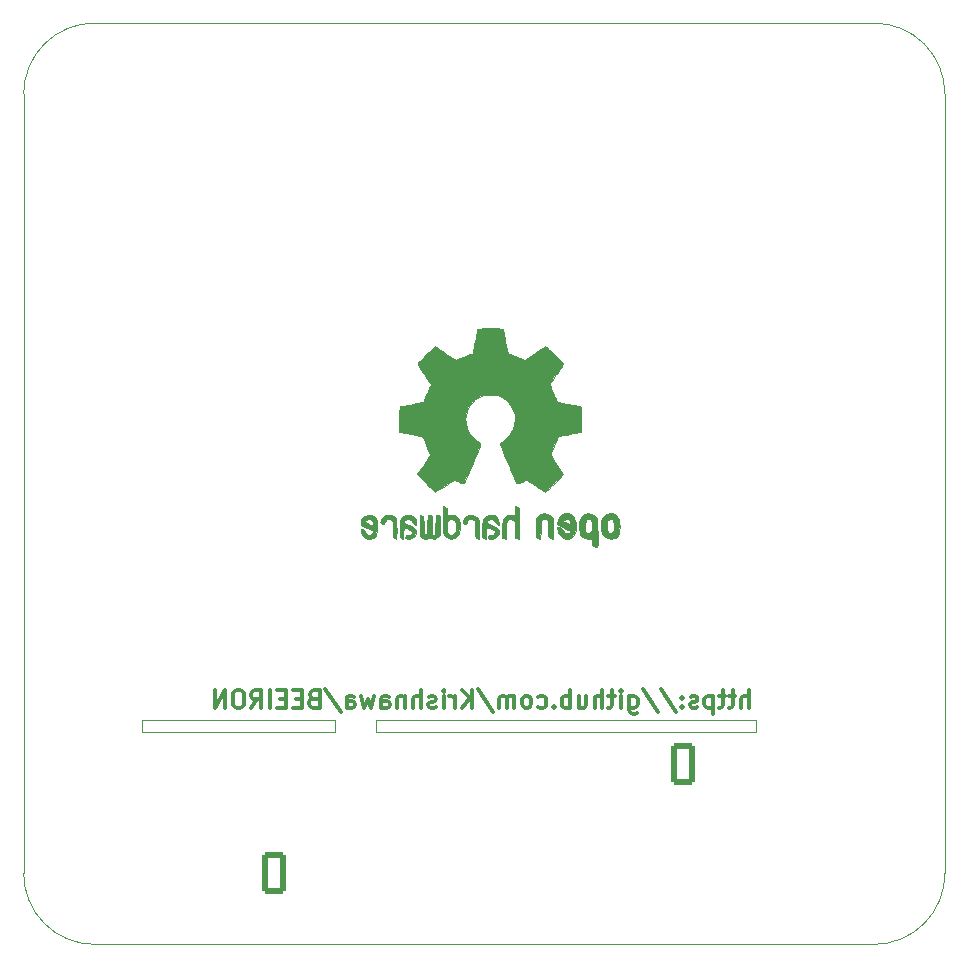
<source format=gbo>
%TF.GenerationSoftware,KiCad,Pcbnew,(6.0.1)*%
%TF.CreationDate,2022-01-24T12:15:06+04:00*%
%TF.ProjectId,BEEIRON v0.0,42454549-524f-44e2-9076-302e302e6b69,rev?*%
%TF.SameCoordinates,Original*%
%TF.FileFunction,Legend,Bot*%
%TF.FilePolarity,Positive*%
%FSLAX46Y46*%
G04 Gerber Fmt 4.6, Leading zero omitted, Abs format (unit mm)*
G04 Created by KiCad (PCBNEW (6.0.1)) date 2022-01-24 12:15:06*
%MOMM*%
%LPD*%
G01*
G04 APERTURE LIST*
G04 Aperture macros list*
%AMRoundRect*
0 Rectangle with rounded corners*
0 $1 Rounding radius*
0 $2 $3 $4 $5 $6 $7 $8 $9 X,Y pos of 4 corners*
0 Add a 4 corners polygon primitive as box body*
4,1,4,$2,$3,$4,$5,$6,$7,$8,$9,$2,$3,0*
0 Add four circle primitives for the rounded corners*
1,1,$1+$1,$2,$3*
1,1,$1+$1,$4,$5*
1,1,$1+$1,$6,$7*
1,1,$1+$1,$8,$9*
0 Add four rect primitives between the rounded corners*
20,1,$1+$1,$2,$3,$4,$5,0*
20,1,$1+$1,$4,$5,$6,$7,0*
20,1,$1+$1,$6,$7,$8,$9,0*
20,1,$1+$1,$8,$9,$2,$3,0*%
%AMHorizOval*
0 Thick line with rounded ends*
0 $1 width*
0 $2 $3 position (X,Y) of the first rounded end (center of the circle)*
0 $4 $5 position (X,Y) of the second rounded end (center of the circle)*
0 Add line between two ends*
20,1,$1,$2,$3,$4,$5,0*
0 Add two circle primitives to create the rounded ends*
1,1,$1,$2,$3*
1,1,$1,$4,$5*%
%AMRotRect*
0 Rectangle, with rotation*
0 The origin of the aperture is its center*
0 $1 length*
0 $2 width*
0 $3 Rotation angle, in degrees counterclockwise*
0 Add horizontal line*
21,1,$1,$2,0,0,$3*%
G04 Aperture macros list end*
%TA.AperFunction,Profile*%
%ADD10C,0.100000*%
%TD*%
%ADD11C,0.300000*%
%ADD12C,0.010000*%
%ADD13C,0.150000*%
%ADD14C,1.600000*%
%ADD15C,2.000000*%
%ADD16R,1.700000X1.700000*%
%ADD17O,1.700000X1.700000*%
%ADD18C,0.900000*%
%ADD19C,10.000000*%
%ADD20C,2.400000*%
%ADD21HorizOval,2.400000X0.000000X0.000000X0.000000X0.000000X0*%
%ADD22R,1.600000X1.600000*%
%ADD23O,1.600000X1.600000*%
%ADD24RoundRect,0.249999X-0.790001X-1.550001X0.790001X-1.550001X0.790001X1.550001X-0.790001X1.550001X0*%
%ADD25O,2.080000X3.600000*%
%ADD26RotRect,1.700000X1.700000X135.000000*%
%ADD27HorizOval,1.700000X0.000000X0.000000X0.000000X0.000000X0*%
%ADD28R,1.600000X2.400000*%
%ADD29O,1.600000X2.400000*%
%ADD30R,2.500000X4.500000*%
%ADD31O,2.500000X4.500000*%
%ADD32RoundRect,0.250000X0.750000X1.550000X-0.750000X1.550000X-0.750000X-1.550000X0.750000X-1.550000X0*%
%ADD33O,2.000000X3.600000*%
%ADD34C,1.800000*%
%ADD35RotRect,1.700000X1.700000X45.000000*%
%ADD36HorizOval,1.700000X0.000000X0.000000X0.000000X0.000000X0*%
G04 APERTURE END LIST*
D10*
X181000000Y-64000000D02*
G75*
G03*
X175000000Y-58000000I-5999999J1D01*
G01*
X181000000Y-130000000D02*
X181000000Y-64000000D01*
X103000000Y-64000000D02*
X103000000Y-130000000D01*
X109000000Y-58000000D02*
G75*
G03*
X103000000Y-64000000I-1J-5999999D01*
G01*
X132800000Y-117000000D02*
X165000000Y-117000000D01*
X129400000Y-117000000D02*
X113000000Y-117000000D01*
X132800000Y-117000000D02*
X132800000Y-118000000D01*
X113000000Y-117000000D02*
X113000000Y-118000000D01*
X165000000Y-118000000D02*
X132800000Y-118000000D01*
X103000000Y-130000000D02*
G75*
G03*
X109000000Y-136000000I5999999J-1D01*
G01*
X175000000Y-58000000D02*
X109000000Y-58000000D01*
X113000000Y-118000000D02*
X129400000Y-118000000D01*
X109000000Y-136000000D02*
X175000000Y-136000000D01*
X175000000Y-136000000D02*
G75*
G03*
X181000000Y-130000000I1J5999999D01*
G01*
X129400000Y-117000000D02*
X129400000Y-118000000D01*
X165000000Y-117000000D02*
X165000000Y-118000000D01*
D11*
X164407142Y-115978571D02*
X164407142Y-114478571D01*
X163764285Y-115978571D02*
X163764285Y-115192857D01*
X163835714Y-115050000D01*
X163978571Y-114978571D01*
X164192857Y-114978571D01*
X164335714Y-115050000D01*
X164407142Y-115121428D01*
X163264285Y-114978571D02*
X162692857Y-114978571D01*
X163050000Y-114478571D02*
X163050000Y-115764285D01*
X162978571Y-115907142D01*
X162835714Y-115978571D01*
X162692857Y-115978571D01*
X162407142Y-114978571D02*
X161835714Y-114978571D01*
X162192857Y-114478571D02*
X162192857Y-115764285D01*
X162121428Y-115907142D01*
X161978571Y-115978571D01*
X161835714Y-115978571D01*
X161335714Y-114978571D02*
X161335714Y-116478571D01*
X161335714Y-115050000D02*
X161192857Y-114978571D01*
X160907142Y-114978571D01*
X160764285Y-115050000D01*
X160692857Y-115121428D01*
X160621428Y-115264285D01*
X160621428Y-115692857D01*
X160692857Y-115835714D01*
X160764285Y-115907142D01*
X160907142Y-115978571D01*
X161192857Y-115978571D01*
X161335714Y-115907142D01*
X160050000Y-115907142D02*
X159907142Y-115978571D01*
X159621428Y-115978571D01*
X159478571Y-115907142D01*
X159407142Y-115764285D01*
X159407142Y-115692857D01*
X159478571Y-115550000D01*
X159621428Y-115478571D01*
X159835714Y-115478571D01*
X159978571Y-115407142D01*
X160050000Y-115264285D01*
X160050000Y-115192857D01*
X159978571Y-115050000D01*
X159835714Y-114978571D01*
X159621428Y-114978571D01*
X159478571Y-115050000D01*
X158764285Y-115835714D02*
X158692857Y-115907142D01*
X158764285Y-115978571D01*
X158835714Y-115907142D01*
X158764285Y-115835714D01*
X158764285Y-115978571D01*
X158764285Y-115050000D02*
X158692857Y-115121428D01*
X158764285Y-115192857D01*
X158835714Y-115121428D01*
X158764285Y-115050000D01*
X158764285Y-115192857D01*
X156978571Y-114407142D02*
X158264285Y-116335714D01*
X155407142Y-114407142D02*
X156692857Y-116335714D01*
X154264285Y-114978571D02*
X154264285Y-116192857D01*
X154335714Y-116335714D01*
X154407142Y-116407142D01*
X154550000Y-116478571D01*
X154764285Y-116478571D01*
X154907142Y-116407142D01*
X154264285Y-115907142D02*
X154407142Y-115978571D01*
X154692857Y-115978571D01*
X154835714Y-115907142D01*
X154907142Y-115835714D01*
X154978571Y-115692857D01*
X154978571Y-115264285D01*
X154907142Y-115121428D01*
X154835714Y-115050000D01*
X154692857Y-114978571D01*
X154407142Y-114978571D01*
X154264285Y-115050000D01*
X153550000Y-115978571D02*
X153550000Y-114978571D01*
X153550000Y-114478571D02*
X153621428Y-114550000D01*
X153550000Y-114621428D01*
X153478571Y-114550000D01*
X153550000Y-114478571D01*
X153550000Y-114621428D01*
X153050000Y-114978571D02*
X152478571Y-114978571D01*
X152835714Y-114478571D02*
X152835714Y-115764285D01*
X152764285Y-115907142D01*
X152621428Y-115978571D01*
X152478571Y-115978571D01*
X151978571Y-115978571D02*
X151978571Y-114478571D01*
X151335714Y-115978571D02*
X151335714Y-115192857D01*
X151407142Y-115050000D01*
X151549999Y-114978571D01*
X151764285Y-114978571D01*
X151907142Y-115050000D01*
X151978571Y-115121428D01*
X149978571Y-114978571D02*
X149978571Y-115978571D01*
X150621428Y-114978571D02*
X150621428Y-115764285D01*
X150549999Y-115907142D01*
X150407142Y-115978571D01*
X150192857Y-115978571D01*
X150049999Y-115907142D01*
X149978571Y-115835714D01*
X149264285Y-115978571D02*
X149264285Y-114478571D01*
X149264285Y-115050000D02*
X149121428Y-114978571D01*
X148835714Y-114978571D01*
X148692857Y-115050000D01*
X148621428Y-115121428D01*
X148549999Y-115264285D01*
X148549999Y-115692857D01*
X148621428Y-115835714D01*
X148692857Y-115907142D01*
X148835714Y-115978571D01*
X149121428Y-115978571D01*
X149264285Y-115907142D01*
X147907142Y-115835714D02*
X147835714Y-115907142D01*
X147907142Y-115978571D01*
X147978571Y-115907142D01*
X147907142Y-115835714D01*
X147907142Y-115978571D01*
X146549999Y-115907142D02*
X146692857Y-115978571D01*
X146978571Y-115978571D01*
X147121428Y-115907142D01*
X147192857Y-115835714D01*
X147264285Y-115692857D01*
X147264285Y-115264285D01*
X147192857Y-115121428D01*
X147121428Y-115050000D01*
X146978571Y-114978571D01*
X146692857Y-114978571D01*
X146549999Y-115050000D01*
X145692857Y-115978571D02*
X145835714Y-115907142D01*
X145907142Y-115835714D01*
X145978571Y-115692857D01*
X145978571Y-115264285D01*
X145907142Y-115121428D01*
X145835714Y-115050000D01*
X145692857Y-114978571D01*
X145478571Y-114978571D01*
X145335714Y-115050000D01*
X145264285Y-115121428D01*
X145192857Y-115264285D01*
X145192857Y-115692857D01*
X145264285Y-115835714D01*
X145335714Y-115907142D01*
X145478571Y-115978571D01*
X145692857Y-115978571D01*
X144549999Y-115978571D02*
X144549999Y-114978571D01*
X144549999Y-115121428D02*
X144478571Y-115050000D01*
X144335714Y-114978571D01*
X144121428Y-114978571D01*
X143978571Y-115050000D01*
X143907142Y-115192857D01*
X143907142Y-115978571D01*
X143907142Y-115192857D02*
X143835714Y-115050000D01*
X143692857Y-114978571D01*
X143478571Y-114978571D01*
X143335714Y-115050000D01*
X143264285Y-115192857D01*
X143264285Y-115978571D01*
X141478571Y-114407142D02*
X142764285Y-116335714D01*
X140978571Y-115978571D02*
X140978571Y-114478571D01*
X140121428Y-115978571D02*
X140764285Y-115121428D01*
X140121428Y-114478571D02*
X140978571Y-115335714D01*
X139478571Y-115978571D02*
X139478571Y-114978571D01*
X139478571Y-115264285D02*
X139407142Y-115121428D01*
X139335714Y-115050000D01*
X139192857Y-114978571D01*
X139049999Y-114978571D01*
X138549999Y-115978571D02*
X138549999Y-114978571D01*
X138549999Y-114478571D02*
X138621428Y-114550000D01*
X138549999Y-114621428D01*
X138478571Y-114550000D01*
X138549999Y-114478571D01*
X138549999Y-114621428D01*
X137907142Y-115907142D02*
X137764285Y-115978571D01*
X137478571Y-115978571D01*
X137335714Y-115907142D01*
X137264285Y-115764285D01*
X137264285Y-115692857D01*
X137335714Y-115550000D01*
X137478571Y-115478571D01*
X137692857Y-115478571D01*
X137835714Y-115407142D01*
X137907142Y-115264285D01*
X137907142Y-115192857D01*
X137835714Y-115050000D01*
X137692857Y-114978571D01*
X137478571Y-114978571D01*
X137335714Y-115050000D01*
X136621428Y-115978571D02*
X136621428Y-114478571D01*
X135978571Y-115978571D02*
X135978571Y-115192857D01*
X136049999Y-115050000D01*
X136192857Y-114978571D01*
X136407142Y-114978571D01*
X136549999Y-115050000D01*
X136621428Y-115121428D01*
X135264285Y-114978571D02*
X135264285Y-115978571D01*
X135264285Y-115121428D02*
X135192857Y-115050000D01*
X135049999Y-114978571D01*
X134835714Y-114978571D01*
X134692857Y-115050000D01*
X134621428Y-115192857D01*
X134621428Y-115978571D01*
X133264285Y-115978571D02*
X133264285Y-115192857D01*
X133335714Y-115050000D01*
X133478571Y-114978571D01*
X133764285Y-114978571D01*
X133907142Y-115050000D01*
X133264285Y-115907142D02*
X133407142Y-115978571D01*
X133764285Y-115978571D01*
X133907142Y-115907142D01*
X133978571Y-115764285D01*
X133978571Y-115621428D01*
X133907142Y-115478571D01*
X133764285Y-115407142D01*
X133407142Y-115407142D01*
X133264285Y-115335714D01*
X132692857Y-114978571D02*
X132407142Y-115978571D01*
X132121428Y-115264285D01*
X131835714Y-115978571D01*
X131549999Y-114978571D01*
X130335714Y-115978571D02*
X130335714Y-115192857D01*
X130407142Y-115050000D01*
X130549999Y-114978571D01*
X130835714Y-114978571D01*
X130978571Y-115050000D01*
X130335714Y-115907142D02*
X130478571Y-115978571D01*
X130835714Y-115978571D01*
X130978571Y-115907142D01*
X131049999Y-115764285D01*
X131049999Y-115621428D01*
X130978571Y-115478571D01*
X130835714Y-115407142D01*
X130478571Y-115407142D01*
X130335714Y-115335714D01*
X128549999Y-114407142D02*
X129835714Y-116335714D01*
X127549999Y-115192857D02*
X127335714Y-115264285D01*
X127264285Y-115335714D01*
X127192857Y-115478571D01*
X127192857Y-115692857D01*
X127264285Y-115835714D01*
X127335714Y-115907142D01*
X127478571Y-115978571D01*
X128049999Y-115978571D01*
X128049999Y-114478571D01*
X127549999Y-114478571D01*
X127407142Y-114550000D01*
X127335714Y-114621428D01*
X127264285Y-114764285D01*
X127264285Y-114907142D01*
X127335714Y-115050000D01*
X127407142Y-115121428D01*
X127549999Y-115192857D01*
X128049999Y-115192857D01*
X126549999Y-115192857D02*
X126049999Y-115192857D01*
X125835714Y-115978571D02*
X126549999Y-115978571D01*
X126549999Y-114478571D01*
X125835714Y-114478571D01*
X125192857Y-115192857D02*
X124692857Y-115192857D01*
X124478571Y-115978571D02*
X125192857Y-115978571D01*
X125192857Y-114478571D01*
X124478571Y-114478571D01*
X123835714Y-115978571D02*
X123835714Y-114478571D01*
X122264285Y-115978571D02*
X122764285Y-115264285D01*
X123121428Y-115978571D02*
X123121428Y-114478571D01*
X122549999Y-114478571D01*
X122407142Y-114550000D01*
X122335714Y-114621428D01*
X122264285Y-114764285D01*
X122264285Y-114978571D01*
X122335714Y-115121428D01*
X122407142Y-115192857D01*
X122549999Y-115264285D01*
X123121428Y-115264285D01*
X121335714Y-114478571D02*
X121049999Y-114478571D01*
X120907142Y-114550000D01*
X120764285Y-114692857D01*
X120692857Y-114978571D01*
X120692857Y-115478571D01*
X120764285Y-115764285D01*
X120907142Y-115907142D01*
X121049999Y-115978571D01*
X121335714Y-115978571D01*
X121478571Y-115907142D01*
X121621428Y-115764285D01*
X121692857Y-115478571D01*
X121692857Y-114978571D01*
X121621428Y-114692857D01*
X121478571Y-114550000D01*
X121335714Y-114478571D01*
X120049999Y-115978571D02*
X120049999Y-114478571D01*
X119192857Y-115978571D01*
X119192857Y-114478571D01*
D12*
%TO.C,REF\u002A\u002A*%
X142366759Y-99640601D02*
X142176095Y-99711403D01*
X142176095Y-99711403D02*
X142173914Y-99712764D01*
X142173914Y-99712764D02*
X142055994Y-99799550D01*
X142055994Y-99799550D02*
X141968940Y-99900973D01*
X141968940Y-99900973D02*
X141907714Y-100033145D01*
X141907714Y-100033145D02*
X141867277Y-100212182D01*
X141867277Y-100212182D02*
X141842591Y-100454195D01*
X141842591Y-100454195D02*
X141828618Y-100775299D01*
X141828618Y-100775299D02*
X141827393Y-100821048D01*
X141827393Y-100821048D02*
X141809800Y-101510869D01*
X141809800Y-101510869D02*
X141957848Y-101587427D01*
X141957848Y-101587427D02*
X142064970Y-101639163D01*
X142064970Y-101639163D02*
X142129649Y-101663678D01*
X142129649Y-101663678D02*
X142132641Y-101663985D01*
X142132641Y-101663985D02*
X142143834Y-101618751D01*
X142143834Y-101618751D02*
X142152725Y-101496736D01*
X142152725Y-101496736D02*
X142158194Y-101318468D01*
X142158194Y-101318468D02*
X142159387Y-101174116D01*
X142159387Y-101174116D02*
X142159414Y-100940271D01*
X142159414Y-100940271D02*
X142170104Y-100793419D01*
X142170104Y-100793419D02*
X142207367Y-100723376D01*
X142207367Y-100723376D02*
X142287112Y-100719958D01*
X142287112Y-100719958D02*
X142425251Y-100772983D01*
X142425251Y-100772983D02*
X142633812Y-100870454D01*
X142633812Y-100870454D02*
X142787171Y-100951409D01*
X142787171Y-100951409D02*
X142866048Y-101021644D01*
X142866048Y-101021644D02*
X142889236Y-101098194D01*
X142889236Y-101098194D02*
X142889272Y-101101982D01*
X142889272Y-101101982D02*
X142851007Y-101233852D01*
X142851007Y-101233852D02*
X142737717Y-101305091D01*
X142737717Y-101305091D02*
X142564336Y-101315410D01*
X142564336Y-101315410D02*
X142439450Y-101313620D01*
X142439450Y-101313620D02*
X142373601Y-101349589D01*
X142373601Y-101349589D02*
X142332536Y-101435985D01*
X142332536Y-101435985D02*
X142308901Y-101546054D01*
X142308901Y-101546054D02*
X142342961Y-101608508D01*
X142342961Y-101608508D02*
X142355786Y-101617446D01*
X142355786Y-101617446D02*
X142476528Y-101653343D01*
X142476528Y-101653343D02*
X142645612Y-101658426D01*
X142645612Y-101658426D02*
X142819739Y-101634631D01*
X142819739Y-101634631D02*
X142943124Y-101591147D01*
X142943124Y-101591147D02*
X143113713Y-101446309D01*
X143113713Y-101446309D02*
X143210681Y-101244694D01*
X143210681Y-101244694D02*
X143229885Y-101087180D01*
X143229885Y-101087180D02*
X143215230Y-100945104D01*
X143215230Y-100945104D02*
X143162199Y-100829127D01*
X143162199Y-100829127D02*
X143057194Y-100726121D01*
X143057194Y-100726121D02*
X142886614Y-100622954D01*
X142886614Y-100622954D02*
X142636862Y-100506496D01*
X142636862Y-100506496D02*
X142621647Y-100499914D01*
X142621647Y-100499914D02*
X142396671Y-100395981D01*
X142396671Y-100395981D02*
X142257843Y-100310743D01*
X142257843Y-100310743D02*
X142198338Y-100234147D01*
X142198338Y-100234147D02*
X142211328Y-100156139D01*
X142211328Y-100156139D02*
X142289988Y-100066664D01*
X142289988Y-100066664D02*
X142313510Y-100046073D01*
X142313510Y-100046073D02*
X142471067Y-99966236D01*
X142471067Y-99966236D02*
X142634323Y-99969597D01*
X142634323Y-99969597D02*
X142776505Y-100047874D01*
X142776505Y-100047874D02*
X142870840Y-100192781D01*
X142870840Y-100192781D02*
X142879605Y-100221224D01*
X142879605Y-100221224D02*
X142964962Y-100359174D01*
X142964962Y-100359174D02*
X143073271Y-100425620D01*
X143073271Y-100425620D02*
X143229885Y-100491471D01*
X143229885Y-100491471D02*
X143229885Y-100321097D01*
X143229885Y-100321097D02*
X143182244Y-100073454D01*
X143182244Y-100073454D02*
X143040841Y-99846307D01*
X143040841Y-99846307D02*
X142967258Y-99770318D01*
X142967258Y-99770318D02*
X142799991Y-99672790D01*
X142799991Y-99672790D02*
X142587274Y-99628640D01*
X142587274Y-99628640D02*
X142366759Y-99640601D01*
X142366759Y-99640601D02*
X142366759Y-99640601D01*
G36*
X142799991Y-99672790D02*
G01*
X142967258Y-99770318D01*
X143040841Y-99846307D01*
X143182244Y-100073454D01*
X143229885Y-100321097D01*
X143229885Y-100491471D01*
X143073271Y-100425620D01*
X142964962Y-100359174D01*
X142879605Y-100221224D01*
X142870840Y-100192781D01*
X142776505Y-100047874D01*
X142634323Y-99969597D01*
X142471067Y-99966236D01*
X142313510Y-100046073D01*
X142289988Y-100066664D01*
X142211328Y-100156139D01*
X142198338Y-100234147D01*
X142257843Y-100310743D01*
X142396671Y-100395981D01*
X142621647Y-100499914D01*
X142636862Y-100506496D01*
X142886614Y-100622954D01*
X143057194Y-100726121D01*
X143162199Y-100829127D01*
X143215230Y-100945104D01*
X143229885Y-101087180D01*
X143210681Y-101244694D01*
X143113713Y-101446309D01*
X142943124Y-101591147D01*
X142819739Y-101634631D01*
X142645612Y-101658426D01*
X142476528Y-101653343D01*
X142355786Y-101617446D01*
X142342961Y-101608508D01*
X142308901Y-101546054D01*
X142332536Y-101435985D01*
X142373601Y-101349589D01*
X142439450Y-101313620D01*
X142564336Y-101315410D01*
X142737717Y-101305091D01*
X142851007Y-101233852D01*
X142889272Y-101101982D01*
X142889236Y-101098194D01*
X142866048Y-101021644D01*
X142787171Y-100951409D01*
X142633812Y-100870454D01*
X142425251Y-100772983D01*
X142287112Y-100719958D01*
X142207367Y-100723376D01*
X142170104Y-100793419D01*
X142159414Y-100940271D01*
X142159387Y-101174116D01*
X142158194Y-101318468D01*
X142152725Y-101496736D01*
X142143834Y-101618751D01*
X142132641Y-101663985D01*
X142129649Y-101663678D01*
X142064970Y-101639163D01*
X141957848Y-101587427D01*
X141809800Y-101510869D01*
X141827393Y-100821048D01*
X141828618Y-100775299D01*
X141842591Y-100454195D01*
X141867277Y-100212182D01*
X141907714Y-100033145D01*
X141968940Y-99900973D01*
X142055994Y-99799550D01*
X142173914Y-99712764D01*
X142176095Y-99711403D01*
X142366759Y-99640601D01*
X142587274Y-99628640D01*
X142799991Y-99672790D01*
G37*
X142799991Y-99672790D02*
X142967258Y-99770318D01*
X143040841Y-99846307D01*
X143182244Y-100073454D01*
X143229885Y-100321097D01*
X143229885Y-100491471D01*
X143073271Y-100425620D01*
X142964962Y-100359174D01*
X142879605Y-100221224D01*
X142870840Y-100192781D01*
X142776505Y-100047874D01*
X142634323Y-99969597D01*
X142471067Y-99966236D01*
X142313510Y-100046073D01*
X142289988Y-100066664D01*
X142211328Y-100156139D01*
X142198338Y-100234147D01*
X142257843Y-100310743D01*
X142396671Y-100395981D01*
X142621647Y-100499914D01*
X142636862Y-100506496D01*
X142886614Y-100622954D01*
X143057194Y-100726121D01*
X143162199Y-100829127D01*
X143215230Y-100945104D01*
X143229885Y-101087180D01*
X143210681Y-101244694D01*
X143113713Y-101446309D01*
X142943124Y-101591147D01*
X142819739Y-101634631D01*
X142645612Y-101658426D01*
X142476528Y-101653343D01*
X142355786Y-101617446D01*
X142342961Y-101608508D01*
X142308901Y-101546054D01*
X142332536Y-101435985D01*
X142373601Y-101349589D01*
X142439450Y-101313620D01*
X142564336Y-101315410D01*
X142737717Y-101305091D01*
X142851007Y-101233852D01*
X142889272Y-101101982D01*
X142889236Y-101098194D01*
X142866048Y-101021644D01*
X142787171Y-100951409D01*
X142633812Y-100870454D01*
X142425251Y-100772983D01*
X142287112Y-100719958D01*
X142207367Y-100723376D01*
X142170104Y-100793419D01*
X142159414Y-100940271D01*
X142159387Y-101174116D01*
X142158194Y-101318468D01*
X142152725Y-101496736D01*
X142143834Y-101618751D01*
X142132641Y-101663985D01*
X142129649Y-101663678D01*
X142064970Y-101639163D01*
X141957848Y-101587427D01*
X141809800Y-101510869D01*
X141827393Y-100821048D01*
X141828618Y-100775299D01*
X141842591Y-100454195D01*
X141867277Y-100212182D01*
X141907714Y-100033145D01*
X141968940Y-99900973D01*
X142055994Y-99799550D01*
X142173914Y-99712764D01*
X142176095Y-99711403D01*
X142366759Y-99640601D01*
X142587274Y-99628640D01*
X142799991Y-99672790D01*
X131927601Y-99694233D02*
X131735083Y-99820057D01*
X131735083Y-99820057D02*
X131642226Y-99932696D01*
X131642226Y-99932696D02*
X131568660Y-100137092D01*
X131568660Y-100137092D02*
X131562817Y-100298830D01*
X131562817Y-100298830D02*
X131576053Y-100515094D01*
X131576053Y-100515094D02*
X132074808Y-100733398D01*
X132074808Y-100733398D02*
X132317315Y-100844930D01*
X132317315Y-100844930D02*
X132475771Y-100934650D01*
X132475771Y-100934650D02*
X132558164Y-101012361D01*
X132558164Y-101012361D02*
X132572482Y-101087867D01*
X132572482Y-101087867D02*
X132526713Y-101170971D01*
X132526713Y-101170971D02*
X132476245Y-101226054D01*
X132476245Y-101226054D02*
X132329395Y-101314389D01*
X132329395Y-101314389D02*
X132169672Y-101320579D01*
X132169672Y-101320579D02*
X132022980Y-101251735D01*
X132022980Y-101251735D02*
X131915219Y-101114972D01*
X131915219Y-101114972D02*
X131895945Y-101066680D01*
X131895945Y-101066680D02*
X131803624Y-100915848D01*
X131803624Y-100915848D02*
X131697412Y-100851567D01*
X131697412Y-100851567D02*
X131551724Y-100796576D01*
X131551724Y-100796576D02*
X131551724Y-101005057D01*
X131551724Y-101005057D02*
X131564604Y-101146926D01*
X131564604Y-101146926D02*
X131615057Y-101266563D01*
X131615057Y-101266563D02*
X131720803Y-101403927D01*
X131720803Y-101403927D02*
X131736520Y-101421777D01*
X131736520Y-101421777D02*
X131854145Y-101543986D01*
X131854145Y-101543986D02*
X131955254Y-101609570D01*
X131955254Y-101609570D02*
X132081750Y-101639742D01*
X132081750Y-101639742D02*
X132186616Y-101649623D01*
X132186616Y-101649623D02*
X132374189Y-101652085D01*
X132374189Y-101652085D02*
X132507716Y-101620892D01*
X132507716Y-101620892D02*
X132591017Y-101574579D01*
X132591017Y-101574579D02*
X132721937Y-101472735D01*
X132721937Y-101472735D02*
X132812561Y-101362591D01*
X132812561Y-101362591D02*
X132869913Y-101224069D01*
X132869913Y-101224069D02*
X132901020Y-101037090D01*
X132901020Y-101037090D02*
X132912906Y-100781577D01*
X132912906Y-100781577D02*
X132913855Y-100651894D01*
X132913855Y-100651894D02*
X132910629Y-100496421D01*
X132910629Y-100496421D02*
X132616834Y-100496421D01*
X132616834Y-100496421D02*
X132613427Y-100579827D01*
X132613427Y-100579827D02*
X132604934Y-100593487D01*
X132604934Y-100593487D02*
X132548890Y-100574931D01*
X132548890Y-100574931D02*
X132428282Y-100525822D01*
X132428282Y-100525822D02*
X132267087Y-100456002D01*
X132267087Y-100456002D02*
X132233378Y-100440995D01*
X132233378Y-100440995D02*
X132029661Y-100337404D01*
X132029661Y-100337404D02*
X131917421Y-100246359D01*
X131917421Y-100246359D02*
X131892753Y-100161081D01*
X131892753Y-100161081D02*
X131951755Y-100074794D01*
X131951755Y-100074794D02*
X132000482Y-100036667D01*
X132000482Y-100036667D02*
X132176306Y-99960417D01*
X132176306Y-99960417D02*
X132340873Y-99973014D01*
X132340873Y-99973014D02*
X132478646Y-100066086D01*
X132478646Y-100066086D02*
X132574087Y-100231256D01*
X132574087Y-100231256D02*
X132604686Y-100362357D01*
X132604686Y-100362357D02*
X132616834Y-100496421D01*
X132616834Y-100496421D02*
X132910629Y-100496421D01*
X132910629Y-100496421D02*
X132907568Y-100348919D01*
X132907568Y-100348919D02*
X132884401Y-100124756D01*
X132884401Y-100124756D02*
X132838510Y-99961526D01*
X132838510Y-99961526D02*
X132764046Y-99841352D01*
X132764046Y-99841352D02*
X132655164Y-99746355D01*
X132655164Y-99746355D02*
X132607695Y-99715655D01*
X132607695Y-99715655D02*
X132392062Y-99635703D01*
X132392062Y-99635703D02*
X132155979Y-99630672D01*
X132155979Y-99630672D02*
X131927601Y-99694233D01*
X131927601Y-99694233D02*
X131927601Y-99694233D01*
G36*
X132912906Y-100781577D02*
G01*
X132901020Y-101037090D01*
X132869913Y-101224069D01*
X132812561Y-101362591D01*
X132721937Y-101472735D01*
X132591017Y-101574579D01*
X132507716Y-101620892D01*
X132374189Y-101652085D01*
X132186616Y-101649623D01*
X132081750Y-101639742D01*
X131955254Y-101609570D01*
X131854145Y-101543986D01*
X131736520Y-101421777D01*
X131720803Y-101403927D01*
X131615057Y-101266563D01*
X131564604Y-101146926D01*
X131551724Y-101005057D01*
X131551724Y-100796576D01*
X131697412Y-100851567D01*
X131803624Y-100915848D01*
X131895945Y-101066680D01*
X131915219Y-101114972D01*
X132022980Y-101251735D01*
X132169672Y-101320579D01*
X132329395Y-101314389D01*
X132476245Y-101226054D01*
X132526713Y-101170971D01*
X132572482Y-101087867D01*
X132558164Y-101012361D01*
X132475771Y-100934650D01*
X132317315Y-100844930D01*
X132074808Y-100733398D01*
X131576053Y-100515094D01*
X131562817Y-100298830D01*
X131567793Y-100161081D01*
X131892753Y-100161081D01*
X131917421Y-100246359D01*
X132029661Y-100337404D01*
X132233378Y-100440995D01*
X132267087Y-100456002D01*
X132428282Y-100525822D01*
X132548890Y-100574931D01*
X132604934Y-100593487D01*
X132613427Y-100579827D01*
X132616834Y-100496421D01*
X132604686Y-100362357D01*
X132574087Y-100231256D01*
X132478646Y-100066086D01*
X132340873Y-99973014D01*
X132176306Y-99960417D01*
X132000482Y-100036667D01*
X131951755Y-100074794D01*
X131892753Y-100161081D01*
X131567793Y-100161081D01*
X131568660Y-100137092D01*
X131642226Y-99932696D01*
X131735083Y-99820057D01*
X131927601Y-99694233D01*
X132155979Y-99630672D01*
X132392062Y-99635703D01*
X132607695Y-99715655D01*
X132655164Y-99746355D01*
X132764046Y-99841352D01*
X132838510Y-99961526D01*
X132884401Y-100124756D01*
X132907568Y-100348919D01*
X132910629Y-100496421D01*
X132913855Y-100651894D01*
X132912906Y-100781577D01*
G37*
X132912906Y-100781577D02*
X132901020Y-101037090D01*
X132869913Y-101224069D01*
X132812561Y-101362591D01*
X132721937Y-101472735D01*
X132591017Y-101574579D01*
X132507716Y-101620892D01*
X132374189Y-101652085D01*
X132186616Y-101649623D01*
X132081750Y-101639742D01*
X131955254Y-101609570D01*
X131854145Y-101543986D01*
X131736520Y-101421777D01*
X131720803Y-101403927D01*
X131615057Y-101266563D01*
X131564604Y-101146926D01*
X131551724Y-101005057D01*
X131551724Y-100796576D01*
X131697412Y-100851567D01*
X131803624Y-100915848D01*
X131895945Y-101066680D01*
X131915219Y-101114972D01*
X132022980Y-101251735D01*
X132169672Y-101320579D01*
X132329395Y-101314389D01*
X132476245Y-101226054D01*
X132526713Y-101170971D01*
X132572482Y-101087867D01*
X132558164Y-101012361D01*
X132475771Y-100934650D01*
X132317315Y-100844930D01*
X132074808Y-100733398D01*
X131576053Y-100515094D01*
X131562817Y-100298830D01*
X131567793Y-100161081D01*
X131892753Y-100161081D01*
X131917421Y-100246359D01*
X132029661Y-100337404D01*
X132233378Y-100440995D01*
X132267087Y-100456002D01*
X132428282Y-100525822D01*
X132548890Y-100574931D01*
X132604934Y-100593487D01*
X132613427Y-100579827D01*
X132616834Y-100496421D01*
X132604686Y-100362357D01*
X132574087Y-100231256D01*
X132478646Y-100066086D01*
X132340873Y-99973014D01*
X132176306Y-99960417D01*
X132000482Y-100036667D01*
X131951755Y-100074794D01*
X131892753Y-100161081D01*
X131567793Y-100161081D01*
X131568660Y-100137092D01*
X131642226Y-99932696D01*
X131735083Y-99820057D01*
X131927601Y-99694233D01*
X132155979Y-99630672D01*
X132392062Y-99635703D01*
X132607695Y-99715655D01*
X132655164Y-99746355D01*
X132764046Y-99841352D01*
X132838510Y-99961526D01*
X132884401Y-100124756D01*
X132907568Y-100348919D01*
X132910629Y-100496421D01*
X132913855Y-100651894D01*
X132912906Y-100781577D01*
X133607184Y-99666697D02*
X133549024Y-99692116D01*
X133549024Y-99692116D02*
X133410205Y-99802059D01*
X133410205Y-99802059D02*
X133291495Y-99961030D01*
X133291495Y-99961030D02*
X133218079Y-100130677D01*
X133218079Y-100130677D02*
X133206130Y-100214313D01*
X133206130Y-100214313D02*
X133246191Y-100331078D01*
X133246191Y-100331078D02*
X133334065Y-100392862D01*
X133334065Y-100392862D02*
X133428282Y-100430273D01*
X133428282Y-100430273D02*
X133471423Y-100437167D01*
X133471423Y-100437167D02*
X133492429Y-100387138D01*
X133492429Y-100387138D02*
X133533910Y-100278269D01*
X133533910Y-100278269D02*
X133552108Y-100229076D01*
X133552108Y-100229076D02*
X133654152Y-100058913D01*
X133654152Y-100058913D02*
X133801897Y-99974038D01*
X133801897Y-99974038D02*
X133991345Y-99976648D01*
X133991345Y-99976648D02*
X134005377Y-99979991D01*
X134005377Y-99979991D02*
X134106519Y-100027945D01*
X134106519Y-100027945D02*
X134180876Y-100121432D01*
X134180876Y-100121432D02*
X134231662Y-100271939D01*
X134231662Y-100271939D02*
X134262092Y-100490951D01*
X134262092Y-100490951D02*
X134275382Y-100789956D01*
X134275382Y-100789956D02*
X134276628Y-100949056D01*
X134276628Y-100949056D02*
X134277246Y-101199855D01*
X134277246Y-101199855D02*
X134281295Y-101370825D01*
X134281295Y-101370825D02*
X134292067Y-101479454D01*
X134292067Y-101479454D02*
X134312853Y-101543230D01*
X134312853Y-101543230D02*
X134346945Y-101579643D01*
X134346945Y-101579643D02*
X134397635Y-101606179D01*
X134397635Y-101606179D02*
X134400565Y-101607515D01*
X134400565Y-101607515D02*
X134498182Y-101648787D01*
X134498182Y-101648787D02*
X134546542Y-101663985D01*
X134546542Y-101663985D02*
X134553973Y-101618037D01*
X134553973Y-101618037D02*
X134560334Y-101491034D01*
X134560334Y-101491034D02*
X134565168Y-101299235D01*
X134565168Y-101299235D02*
X134568015Y-101058902D01*
X134568015Y-101058902D02*
X134568582Y-100883024D01*
X134568582Y-100883024D02*
X134565687Y-100542688D01*
X134565687Y-100542688D02*
X134554363Y-100284495D01*
X134554363Y-100284495D02*
X134530654Y-100093374D01*
X134530654Y-100093374D02*
X134490603Y-99954253D01*
X134490603Y-99954253D02*
X134430253Y-99852060D01*
X134430253Y-99852060D02*
X134345647Y-99771724D01*
X134345647Y-99771724D02*
X134262101Y-99715655D01*
X134262101Y-99715655D02*
X134061209Y-99641032D01*
X134061209Y-99641032D02*
X133827404Y-99624202D01*
X133827404Y-99624202D02*
X133607184Y-99666697D01*
X133607184Y-99666697D02*
X133607184Y-99666697D01*
G36*
X134061209Y-99641032D02*
G01*
X134262101Y-99715655D01*
X134345647Y-99771724D01*
X134430253Y-99852060D01*
X134490603Y-99954253D01*
X134530654Y-100093374D01*
X134554363Y-100284495D01*
X134565687Y-100542688D01*
X134568582Y-100883024D01*
X134568015Y-101058902D01*
X134565168Y-101299235D01*
X134560334Y-101491034D01*
X134553973Y-101618037D01*
X134546542Y-101663985D01*
X134498182Y-101648787D01*
X134400565Y-101607515D01*
X134397635Y-101606179D01*
X134346945Y-101579643D01*
X134312853Y-101543230D01*
X134292067Y-101479454D01*
X134281295Y-101370825D01*
X134277246Y-101199855D01*
X134276628Y-100949056D01*
X134275382Y-100789956D01*
X134262092Y-100490951D01*
X134231662Y-100271939D01*
X134180876Y-100121432D01*
X134106519Y-100027945D01*
X134005377Y-99979991D01*
X133991345Y-99976648D01*
X133801897Y-99974038D01*
X133654152Y-100058913D01*
X133552108Y-100229076D01*
X133533910Y-100278269D01*
X133492429Y-100387138D01*
X133471423Y-100437167D01*
X133428282Y-100430273D01*
X133334065Y-100392862D01*
X133246191Y-100331078D01*
X133206130Y-100214313D01*
X133218079Y-100130677D01*
X133291495Y-99961030D01*
X133410205Y-99802059D01*
X133549024Y-99692116D01*
X133607184Y-99666697D01*
X133827404Y-99624202D01*
X134061209Y-99641032D01*
G37*
X134061209Y-99641032D02*
X134262101Y-99715655D01*
X134345647Y-99771724D01*
X134430253Y-99852060D01*
X134490603Y-99954253D01*
X134530654Y-100093374D01*
X134554363Y-100284495D01*
X134565687Y-100542688D01*
X134568582Y-100883024D01*
X134568015Y-101058902D01*
X134565168Y-101299235D01*
X134560334Y-101491034D01*
X134553973Y-101618037D01*
X134546542Y-101663985D01*
X134498182Y-101648787D01*
X134400565Y-101607515D01*
X134397635Y-101606179D01*
X134346945Y-101579643D01*
X134312853Y-101543230D01*
X134292067Y-101479454D01*
X134281295Y-101370825D01*
X134277246Y-101199855D01*
X134276628Y-100949056D01*
X134275382Y-100789956D01*
X134262092Y-100490951D01*
X134231662Y-100271939D01*
X134180876Y-100121432D01*
X134106519Y-100027945D01*
X134005377Y-99979991D01*
X133991345Y-99976648D01*
X133801897Y-99974038D01*
X133654152Y-100058913D01*
X133552108Y-100229076D01*
X133533910Y-100278269D01*
X133492429Y-100387138D01*
X133471423Y-100437167D01*
X133428282Y-100430273D01*
X133334065Y-100392862D01*
X133246191Y-100331078D01*
X133206130Y-100214313D01*
X133218079Y-100130677D01*
X133291495Y-99961030D01*
X133410205Y-99802059D01*
X133549024Y-99692116D01*
X133607184Y-99666697D01*
X133827404Y-99624202D01*
X134061209Y-99641032D01*
X142151643Y-83854997D02*
X141888323Y-83856439D01*
X141888323Y-83856439D02*
X141697754Y-83860342D01*
X141697754Y-83860342D02*
X141567655Y-83867937D01*
X141567655Y-83867937D02*
X141485743Y-83880450D01*
X141485743Y-83880450D02*
X141439734Y-83899111D01*
X141439734Y-83899111D02*
X141417347Y-83925148D01*
X141417347Y-83925148D02*
X141406298Y-83959788D01*
X141406298Y-83959788D02*
X141405224Y-83964272D01*
X141405224Y-83964272D02*
X141388441Y-84045189D01*
X141388441Y-84045189D02*
X141357375Y-84204842D01*
X141357375Y-84204842D02*
X141315258Y-84426238D01*
X141315258Y-84426238D02*
X141265321Y-84692385D01*
X141265321Y-84692385D02*
X141210797Y-84986290D01*
X141210797Y-84986290D02*
X141208893Y-84996612D01*
X141208893Y-84996612D02*
X141154277Y-85284636D01*
X141154277Y-85284636D02*
X141103178Y-85539115D01*
X141103178Y-85539115D02*
X141058894Y-85744785D01*
X141058894Y-85744785D02*
X141024721Y-85886385D01*
X141024721Y-85886385D02*
X141003957Y-85948650D01*
X141003957Y-85948650D02*
X141002967Y-85949753D01*
X141002967Y-85949753D02*
X140941801Y-85980159D01*
X140941801Y-85980159D02*
X140815690Y-86030828D01*
X140815690Y-86030828D02*
X140651869Y-86090822D01*
X140651869Y-86090822D02*
X140650957Y-86091142D01*
X140650957Y-86091142D02*
X140444612Y-86168704D01*
X140444612Y-86168704D02*
X140201340Y-86267507D01*
X140201340Y-86267507D02*
X139972031Y-86366848D01*
X139972031Y-86366848D02*
X139961178Y-86371760D01*
X139961178Y-86371760D02*
X139587683Y-86541276D01*
X139587683Y-86541276D02*
X138760635Y-85976495D01*
X138760635Y-85976495D02*
X138506923Y-85804320D01*
X138506923Y-85804320D02*
X138277098Y-85650395D01*
X138277098Y-85650395D02*
X138084475Y-85523474D01*
X138084475Y-85523474D02*
X137942368Y-85432309D01*
X137942368Y-85432309D02*
X137864093Y-85385655D01*
X137864093Y-85385655D02*
X137856660Y-85382195D01*
X137856660Y-85382195D02*
X137799776Y-85397600D01*
X137799776Y-85397600D02*
X137693531Y-85471927D01*
X137693531Y-85471927D02*
X137533781Y-85608681D01*
X137533781Y-85608681D02*
X137316384Y-85811368D01*
X137316384Y-85811368D02*
X137094452Y-86027008D01*
X137094452Y-86027008D02*
X136880509Y-86239503D01*
X136880509Y-86239503D02*
X136689031Y-86433410D01*
X136689031Y-86433410D02*
X136531545Y-86596754D01*
X136531545Y-86596754D02*
X136419578Y-86717561D01*
X136419578Y-86717561D02*
X136364657Y-86783855D01*
X136364657Y-86783855D02*
X136362614Y-86787268D01*
X136362614Y-86787268D02*
X136356542Y-86832761D01*
X136356542Y-86832761D02*
X136379416Y-86907056D01*
X136379416Y-86907056D02*
X136436885Y-87020186D01*
X136436885Y-87020186D02*
X136534601Y-87182185D01*
X136534601Y-87182185D02*
X136678216Y-87403086D01*
X136678216Y-87403086D02*
X136869667Y-87687460D01*
X136869667Y-87687460D02*
X137039577Y-87937759D01*
X137039577Y-87937759D02*
X137191462Y-88162250D01*
X137191462Y-88162250D02*
X137316545Y-88347900D01*
X137316545Y-88347900D02*
X137406051Y-88481675D01*
X137406051Y-88481675D02*
X137451200Y-88550542D01*
X137451200Y-88550542D02*
X137454042Y-88555218D01*
X137454042Y-88555218D02*
X137448530Y-88621201D01*
X137448530Y-88621201D02*
X137406745Y-88749448D01*
X137406745Y-88749448D02*
X137337003Y-88915720D01*
X137337003Y-88915720D02*
X137312146Y-88968819D01*
X137312146Y-88968819D02*
X137203689Y-89205377D01*
X137203689Y-89205377D02*
X137087980Y-89473789D01*
X137087980Y-89473789D02*
X136993985Y-89706035D01*
X136993985Y-89706035D02*
X136926255Y-89878407D01*
X136926255Y-89878407D02*
X136872457Y-90009403D01*
X136872457Y-90009403D02*
X136841369Y-90077867D01*
X136841369Y-90077867D02*
X136837504Y-90083142D01*
X136837504Y-90083142D02*
X136780329Y-90091880D01*
X136780329Y-90091880D02*
X136645552Y-90115823D01*
X136645552Y-90115823D02*
X136451094Y-90151562D01*
X136451094Y-90151562D02*
X136214875Y-90195689D01*
X136214875Y-90195689D02*
X135954816Y-90244795D01*
X135954816Y-90244795D02*
X135688837Y-90295472D01*
X135688837Y-90295472D02*
X135434857Y-90344313D01*
X135434857Y-90344313D02*
X135210799Y-90387909D01*
X135210799Y-90387909D02*
X135034580Y-90422851D01*
X135034580Y-90422851D02*
X134924123Y-90445732D01*
X134924123Y-90445732D02*
X134897030Y-90452201D01*
X134897030Y-90452201D02*
X134869044Y-90468167D01*
X134869044Y-90468167D02*
X134847919Y-90504227D01*
X134847919Y-90504227D02*
X134832703Y-90572552D01*
X134832703Y-90572552D02*
X134822447Y-90685315D01*
X134822447Y-90685315D02*
X134816200Y-90854686D01*
X134816200Y-90854686D02*
X134813012Y-91092838D01*
X134813012Y-91092838D02*
X134811933Y-91411942D01*
X134811933Y-91411942D02*
X134811877Y-91542741D01*
X134811877Y-91542741D02*
X134811877Y-92606511D01*
X134811877Y-92606511D02*
X135067337Y-92656933D01*
X135067337Y-92656933D02*
X135209463Y-92684273D01*
X135209463Y-92684273D02*
X135421550Y-92724182D01*
X135421550Y-92724182D02*
X135677807Y-92771845D01*
X135677807Y-92771845D02*
X135952442Y-92822446D01*
X135952442Y-92822446D02*
X136028352Y-92836344D01*
X136028352Y-92836344D02*
X136281779Y-92885617D01*
X136281779Y-92885617D02*
X136502553Y-92934070D01*
X136502553Y-92934070D02*
X136672143Y-92977215D01*
X136672143Y-92977215D02*
X136772020Y-93010563D01*
X136772020Y-93010563D02*
X136788657Y-93020502D01*
X136788657Y-93020502D02*
X136829511Y-93090891D01*
X136829511Y-93090891D02*
X136888087Y-93227283D01*
X136888087Y-93227283D02*
X136953045Y-93402805D01*
X136953045Y-93402805D02*
X136965929Y-93440613D01*
X136965929Y-93440613D02*
X137051066Y-93675030D01*
X137051066Y-93675030D02*
X137156744Y-93939524D01*
X137156744Y-93939524D02*
X137260160Y-94177041D01*
X137260160Y-94177041D02*
X137260670Y-94178144D01*
X137260670Y-94178144D02*
X137432888Y-94550733D01*
X137432888Y-94550733D02*
X136866476Y-95383893D01*
X136866476Y-95383893D02*
X136300065Y-96217053D01*
X136300065Y-96217053D02*
X137027298Y-96945500D01*
X137027298Y-96945500D02*
X137247252Y-97162302D01*
X137247252Y-97162302D02*
X137447868Y-97353414D01*
X137447868Y-97353414D02*
X137617878Y-97508636D01*
X137617878Y-97508636D02*
X137746015Y-97617764D01*
X137746015Y-97617764D02*
X137821011Y-97670595D01*
X137821011Y-97670595D02*
X137831769Y-97673947D01*
X137831769Y-97673947D02*
X137894933Y-97647549D01*
X137894933Y-97647549D02*
X138023820Y-97574160D01*
X138023820Y-97574160D02*
X138204351Y-97462484D01*
X138204351Y-97462484D02*
X138422446Y-97321224D01*
X138422446Y-97321224D02*
X138658246Y-97163027D01*
X138658246Y-97163027D02*
X138897564Y-97001664D01*
X138897564Y-97001664D02*
X139110941Y-96861252D01*
X139110941Y-96861252D02*
X139284825Y-96750431D01*
X139284825Y-96750431D02*
X139405666Y-96677838D01*
X139405666Y-96677838D02*
X139459737Y-96652108D01*
X139459737Y-96652108D02*
X139525706Y-96673880D01*
X139525706Y-96673880D02*
X139650802Y-96731251D01*
X139650802Y-96731251D02*
X139809220Y-96812300D01*
X139809220Y-96812300D02*
X139826013Y-96821309D01*
X139826013Y-96821309D02*
X140039348Y-96928300D01*
X140039348Y-96928300D02*
X140185636Y-96980772D01*
X140185636Y-96980772D02*
X140276620Y-96981330D01*
X140276620Y-96981330D02*
X140324041Y-96932580D01*
X140324041Y-96932580D02*
X140324317Y-96931897D01*
X140324317Y-96931897D02*
X140348020Y-96874164D01*
X140348020Y-96874164D02*
X140404551Y-96737115D01*
X140404551Y-96737115D02*
X140489526Y-96531357D01*
X140489526Y-96531357D02*
X140598562Y-96267498D01*
X140598562Y-96267498D02*
X140727276Y-95956144D01*
X140727276Y-95956144D02*
X140871285Y-95607904D01*
X140871285Y-95607904D02*
X141010749Y-95270744D01*
X141010749Y-95270744D02*
X141164020Y-94898666D01*
X141164020Y-94898666D02*
X141304749Y-94553987D01*
X141304749Y-94553987D02*
X141428718Y-94247271D01*
X141428718Y-94247271D02*
X141531709Y-93989085D01*
X141531709Y-93989085D02*
X141609504Y-93789994D01*
X141609504Y-93789994D02*
X141657886Y-93660565D01*
X141657886Y-93660565D02*
X141672796Y-93612261D01*
X141672796Y-93612261D02*
X141635406Y-93556850D01*
X141635406Y-93556850D02*
X141537602Y-93468538D01*
X141537602Y-93468538D02*
X141407185Y-93371174D01*
X141407185Y-93371174D02*
X141035777Y-93063253D01*
X141035777Y-93063253D02*
X140745470Y-92710304D01*
X140745470Y-92710304D02*
X140539744Y-92319761D01*
X140539744Y-92319761D02*
X140422077Y-91899057D01*
X140422077Y-91899057D02*
X140395949Y-91455629D01*
X140395949Y-91455629D02*
X140414940Y-91250958D01*
X140414940Y-91250958D02*
X140518417Y-90826323D01*
X140518417Y-90826323D02*
X140696627Y-90451336D01*
X140696627Y-90451336D02*
X140938518Y-90129696D01*
X140938518Y-90129696D02*
X141233037Y-89865101D01*
X141233037Y-89865101D02*
X141569129Y-89661250D01*
X141569129Y-89661250D02*
X141935742Y-89521842D01*
X141935742Y-89521842D02*
X142321823Y-89450574D01*
X142321823Y-89450574D02*
X142716319Y-89451145D01*
X142716319Y-89451145D02*
X143108175Y-89527254D01*
X143108175Y-89527254D02*
X143486340Y-89682599D01*
X143486340Y-89682599D02*
X143839760Y-89920879D01*
X143839760Y-89920879D02*
X143987273Y-90055639D01*
X143987273Y-90055639D02*
X144270184Y-90401679D01*
X144270184Y-90401679D02*
X144467168Y-90779826D01*
X144467168Y-90779826D02*
X144579536Y-91179055D01*
X144579536Y-91179055D02*
X144608599Y-91588345D01*
X144608599Y-91588345D02*
X144555669Y-91996672D01*
X144555669Y-91996672D02*
X144422057Y-92393013D01*
X144422057Y-92393013D02*
X144209075Y-92766345D01*
X144209075Y-92766345D02*
X143918034Y-93105645D01*
X143918034Y-93105645D02*
X143592814Y-93371174D01*
X143592814Y-93371174D02*
X143457348Y-93472671D01*
X143457348Y-93472671D02*
X143361651Y-93560025D01*
X143361651Y-93560025D02*
X143327203Y-93612343D01*
X143327203Y-93612343D02*
X143345240Y-93669398D01*
X143345240Y-93669398D02*
X143396538Y-93805698D01*
X143396538Y-93805698D02*
X143476876Y-94010678D01*
X143476876Y-94010678D02*
X143582036Y-94273772D01*
X143582036Y-94273772D02*
X143707796Y-94584416D01*
X143707796Y-94584416D02*
X143849937Y-94932043D01*
X143849937Y-94932043D02*
X143989635Y-95270826D01*
X143989635Y-95270826D02*
X144143759Y-95643222D01*
X144143759Y-95643222D02*
X144286518Y-95988307D01*
X144286518Y-95988307D02*
X144413529Y-96295477D01*
X144413529Y-96295477D02*
X144520411Y-96554125D01*
X144520411Y-96554125D02*
X144602780Y-96753647D01*
X144602780Y-96753647D02*
X144656253Y-96883435D01*
X144656253Y-96883435D02*
X144676067Y-96931897D01*
X144676067Y-96931897D02*
X144722876Y-96981129D01*
X144722876Y-96981129D02*
X144813417Y-96980985D01*
X144813417Y-96980985D02*
X144959342Y-96928877D01*
X144959342Y-96928877D02*
X145172302Y-96822216D01*
X145172302Y-96822216D02*
X145173986Y-96821309D01*
X145173986Y-96821309D02*
X145334330Y-96738536D01*
X145334330Y-96738536D02*
X145463948Y-96678242D01*
X145463948Y-96678242D02*
X145537037Y-96652346D01*
X145537037Y-96652346D02*
X145540263Y-96652108D01*
X145540263Y-96652108D02*
X145595284Y-96678374D01*
X145595284Y-96678374D02*
X145716757Y-96751416D01*
X145716757Y-96751416D02*
X145891129Y-96862595D01*
X145891129Y-96862595D02*
X146104850Y-97003273D01*
X146104850Y-97003273D02*
X146341753Y-97163027D01*
X146341753Y-97163027D02*
X146582945Y-97324779D01*
X146582945Y-97324779D02*
X146800326Y-97465450D01*
X146800326Y-97465450D02*
X146979816Y-97576335D01*
X146979816Y-97576335D02*
X147107336Y-97648730D01*
X147107336Y-97648730D02*
X147168230Y-97673947D01*
X147168230Y-97673947D02*
X147224303Y-97640803D01*
X147224303Y-97640803D02*
X147337040Y-97548173D01*
X147337040Y-97548173D02*
X147495177Y-97406257D01*
X147495177Y-97406257D02*
X147687449Y-97225255D01*
X147687449Y-97225255D02*
X147902591Y-97015369D01*
X147902591Y-97015369D02*
X147972952Y-96945249D01*
X147972952Y-96945249D02*
X148700434Y-96216552D01*
X148700434Y-96216552D02*
X148146705Y-95403900D01*
X148146705Y-95403900D02*
X147978423Y-95154342D01*
X147978423Y-95154342D02*
X147830729Y-94930366D01*
X147830729Y-94930366D02*
X147711910Y-94744949D01*
X147711910Y-94744949D02*
X147630250Y-94611065D01*
X147630250Y-94611065D02*
X147594036Y-94541690D01*
X147594036Y-94541690D02*
X147592975Y-94536755D01*
X147592975Y-94536755D02*
X147612067Y-94471364D01*
X147612067Y-94471364D02*
X147663418Y-94339825D01*
X147663418Y-94339825D02*
X147738140Y-94164181D01*
X147738140Y-94164181D02*
X147790588Y-94046591D01*
X147790588Y-94046591D02*
X147888654Y-93821461D01*
X147888654Y-93821461D02*
X147981007Y-93594015D01*
X147981007Y-93594015D02*
X148052606Y-93401839D01*
X148052606Y-93401839D02*
X148072056Y-93343295D01*
X148072056Y-93343295D02*
X148127314Y-93186956D01*
X148127314Y-93186956D02*
X148181331Y-93066158D01*
X148181331Y-93066158D02*
X148211001Y-93020502D01*
X148211001Y-93020502D02*
X148276476Y-92992561D01*
X148276476Y-92992561D02*
X148419376Y-92952951D01*
X148419376Y-92952951D02*
X148621161Y-92906162D01*
X148621161Y-92906162D02*
X148863288Y-92856683D01*
X148863288Y-92856683D02*
X148971647Y-92836344D01*
X148971647Y-92836344D02*
X149246811Y-92785781D01*
X149246811Y-92785781D02*
X149510746Y-92736822D01*
X149510746Y-92736822D02*
X149737659Y-92694281D01*
X149737659Y-92694281D02*
X149901761Y-92662975D01*
X149901761Y-92662975D02*
X149932662Y-92656933D01*
X149932662Y-92656933D02*
X150188122Y-92606511D01*
X150188122Y-92606511D02*
X150188122Y-91542741D01*
X150188122Y-91542741D02*
X150187548Y-91192950D01*
X150187548Y-91192950D02*
X150185193Y-90928300D01*
X150185193Y-90928300D02*
X150180107Y-90736622D01*
X150180107Y-90736622D02*
X150171339Y-90605744D01*
X150171339Y-90605744D02*
X150157938Y-90523493D01*
X150157938Y-90523493D02*
X150138954Y-90477698D01*
X150138954Y-90477698D02*
X150113438Y-90456188D01*
X150113438Y-90456188D02*
X150102969Y-90452201D01*
X150102969Y-90452201D02*
X150039826Y-90438056D01*
X150039826Y-90438056D02*
X149900325Y-90409834D01*
X149900325Y-90409834D02*
X149702389Y-90370943D01*
X149702389Y-90370943D02*
X149463935Y-90324792D01*
X149463935Y-90324792D02*
X149202886Y-90274788D01*
X149202886Y-90274788D02*
X148937161Y-90224341D01*
X148937161Y-90224341D02*
X148684681Y-90176858D01*
X148684681Y-90176858D02*
X148463365Y-90135748D01*
X148463365Y-90135748D02*
X148291134Y-90104419D01*
X148291134Y-90104419D02*
X148185908Y-90086278D01*
X148185908Y-90086278D02*
X148162495Y-90083142D01*
X148162495Y-90083142D02*
X148141284Y-90041173D01*
X148141284Y-90041173D02*
X148094332Y-89929370D01*
X148094332Y-89929370D02*
X148030419Y-89768888D01*
X148030419Y-89768888D02*
X148006014Y-89706035D01*
X148006014Y-89706035D02*
X147907580Y-89463203D01*
X147907580Y-89463203D02*
X147791666Y-89194918D01*
X147791666Y-89194918D02*
X147687853Y-88968819D01*
X147687853Y-88968819D02*
X147611465Y-88795935D01*
X147611465Y-88795935D02*
X147560644Y-88653877D01*
X147560644Y-88653877D02*
X147543679Y-88566878D01*
X147543679Y-88566878D02*
X147546384Y-88555218D01*
X147546384Y-88555218D02*
X147582239Y-88500170D01*
X147582239Y-88500170D02*
X147664108Y-88377739D01*
X147664108Y-88377739D02*
X147783205Y-88200962D01*
X147783205Y-88200962D02*
X147930742Y-87982877D01*
X147930742Y-87982877D02*
X148097931Y-87736520D01*
X148097931Y-87736520D02*
X148130990Y-87687891D01*
X148130990Y-87687891D02*
X148324980Y-87399773D01*
X148324980Y-87399773D02*
X148467579Y-87180377D01*
X148467579Y-87180377D02*
X148564473Y-87019602D01*
X148564473Y-87019602D02*
X148621346Y-86907346D01*
X148621346Y-86907346D02*
X148643884Y-86833510D01*
X148643884Y-86833510D02*
X148637772Y-86787990D01*
X148637772Y-86787990D02*
X148637616Y-86787700D01*
X148637616Y-86787700D02*
X148589511Y-86727910D01*
X148589511Y-86727910D02*
X148483111Y-86612319D01*
X148483111Y-86612319D02*
X148329948Y-86452909D01*
X148329948Y-86452909D02*
X148141555Y-86261665D01*
X148141555Y-86261665D02*
X147929465Y-86050568D01*
X147929465Y-86050568D02*
X147905547Y-86027008D01*
X147905547Y-86027008D02*
X147638262Y-85768172D01*
X147638262Y-85768172D02*
X147431992Y-85578117D01*
X147431992Y-85578117D02*
X147282592Y-85453337D01*
X147282592Y-85453337D02*
X147185920Y-85390327D01*
X147185920Y-85390327D02*
X147143339Y-85382195D01*
X147143339Y-85382195D02*
X147081196Y-85417672D01*
X147081196Y-85417672D02*
X146952237Y-85499623D01*
X146952237Y-85499623D02*
X146769778Y-85619292D01*
X146769778Y-85619292D02*
X146547133Y-85767926D01*
X146547133Y-85767926D02*
X146297616Y-85936772D01*
X146297616Y-85936772D02*
X146239364Y-85976495D01*
X146239364Y-85976495D02*
X145412316Y-86541276D01*
X145412316Y-86541276D02*
X145038821Y-86371760D01*
X145038821Y-86371760D02*
X144811684Y-86272971D01*
X144811684Y-86272971D02*
X144567872Y-86173617D01*
X144567872Y-86173617D02*
X144358275Y-86094401D01*
X144358275Y-86094401D02*
X144349042Y-86091142D01*
X144349042Y-86091142D02*
X144185095Y-86031129D01*
X144185095Y-86031129D02*
X144058715Y-85980382D01*
X144058715Y-85980382D02*
X143997137Y-85949841D01*
X143997137Y-85949841D02*
X143997032Y-85949753D01*
X143997032Y-85949753D02*
X143977493Y-85894548D01*
X143977493Y-85894548D02*
X143944279Y-85758779D01*
X143944279Y-85758779D02*
X143900687Y-85557709D01*
X143900687Y-85557709D02*
X143850016Y-85306599D01*
X143850016Y-85306599D02*
X143795561Y-85020713D01*
X143795561Y-85020713D02*
X143791106Y-84996612D01*
X143791106Y-84996612D02*
X143736482Y-84702059D01*
X143736482Y-84702059D02*
X143686336Y-84434684D01*
X143686336Y-84434684D02*
X143643898Y-84211480D01*
X143643898Y-84211480D02*
X143612402Y-84049439D01*
X143612402Y-84049439D02*
X143595077Y-83965553D01*
X143595077Y-83965553D02*
X143594775Y-83964272D01*
X143594775Y-83964272D02*
X143584232Y-83928588D01*
X143584232Y-83928588D02*
X143563731Y-83901646D01*
X143563731Y-83901646D02*
X143520989Y-83882218D01*
X143520989Y-83882218D02*
X143443724Y-83869075D01*
X143443724Y-83869075D02*
X143319652Y-83860989D01*
X143319652Y-83860989D02*
X143136491Y-83856732D01*
X143136491Y-83856732D02*
X142881958Y-83855075D01*
X142881958Y-83855075D02*
X142543769Y-83854790D01*
X142543769Y-83854790D02*
X142500000Y-83854790D01*
X142500000Y-83854790D02*
X142151643Y-83854997D01*
X142151643Y-83854997D02*
X142151643Y-83854997D01*
G36*
X142881958Y-83855075D02*
G01*
X143136491Y-83856732D01*
X143319652Y-83860989D01*
X143443724Y-83869075D01*
X143520989Y-83882218D01*
X143563731Y-83901646D01*
X143584232Y-83928588D01*
X143594775Y-83964272D01*
X143595077Y-83965553D01*
X143612402Y-84049439D01*
X143643898Y-84211480D01*
X143686336Y-84434684D01*
X143736482Y-84702059D01*
X143791106Y-84996612D01*
X143795561Y-85020713D01*
X143850016Y-85306599D01*
X143900687Y-85557709D01*
X143944279Y-85758779D01*
X143977493Y-85894548D01*
X143997032Y-85949753D01*
X143997137Y-85949841D01*
X144058715Y-85980382D01*
X144185095Y-86031129D01*
X144349042Y-86091142D01*
X144358275Y-86094401D01*
X144567872Y-86173617D01*
X144811684Y-86272971D01*
X145038821Y-86371760D01*
X145412316Y-86541276D01*
X146239364Y-85976495D01*
X146297616Y-85936772D01*
X146547133Y-85767926D01*
X146769778Y-85619292D01*
X146952237Y-85499623D01*
X147081196Y-85417672D01*
X147143339Y-85382195D01*
X147185920Y-85390327D01*
X147282592Y-85453337D01*
X147431992Y-85578117D01*
X147638262Y-85768172D01*
X147905547Y-86027008D01*
X147929465Y-86050568D01*
X148141555Y-86261665D01*
X148329948Y-86452909D01*
X148483111Y-86612319D01*
X148589511Y-86727910D01*
X148637616Y-86787700D01*
X148637772Y-86787990D01*
X148643884Y-86833510D01*
X148621346Y-86907346D01*
X148564473Y-87019602D01*
X148467579Y-87180377D01*
X148324980Y-87399773D01*
X148130990Y-87687891D01*
X148097931Y-87736520D01*
X147930742Y-87982877D01*
X147783205Y-88200962D01*
X147664108Y-88377739D01*
X147582239Y-88500170D01*
X147546384Y-88555218D01*
X147543679Y-88566878D01*
X147560644Y-88653877D01*
X147611465Y-88795935D01*
X147687853Y-88968819D01*
X147791666Y-89194918D01*
X147907580Y-89463203D01*
X148006014Y-89706035D01*
X148030419Y-89768888D01*
X148094332Y-89929370D01*
X148141284Y-90041173D01*
X148162495Y-90083142D01*
X148185908Y-90086278D01*
X148291134Y-90104419D01*
X148463365Y-90135748D01*
X148684681Y-90176858D01*
X148937161Y-90224341D01*
X149202886Y-90274788D01*
X149463935Y-90324792D01*
X149702389Y-90370943D01*
X149900325Y-90409834D01*
X150039826Y-90438056D01*
X150102969Y-90452201D01*
X150113438Y-90456188D01*
X150138954Y-90477698D01*
X150157938Y-90523493D01*
X150171339Y-90605744D01*
X150180107Y-90736622D01*
X150185193Y-90928300D01*
X150187548Y-91192950D01*
X150188122Y-91542741D01*
X150188122Y-92606511D01*
X149932662Y-92656933D01*
X149901761Y-92662975D01*
X149737659Y-92694281D01*
X149510746Y-92736822D01*
X149246811Y-92785781D01*
X148971647Y-92836344D01*
X148863288Y-92856683D01*
X148621161Y-92906162D01*
X148419376Y-92952951D01*
X148276476Y-92992561D01*
X148211001Y-93020502D01*
X148181331Y-93066158D01*
X148127314Y-93186956D01*
X148072056Y-93343295D01*
X148052606Y-93401839D01*
X147981007Y-93594015D01*
X147888654Y-93821461D01*
X147790588Y-94046591D01*
X147738140Y-94164181D01*
X147663418Y-94339825D01*
X147612067Y-94471364D01*
X147592975Y-94536755D01*
X147594036Y-94541690D01*
X147630250Y-94611065D01*
X147711910Y-94744949D01*
X147830729Y-94930366D01*
X147978423Y-95154342D01*
X148146705Y-95403900D01*
X148700434Y-96216552D01*
X147972952Y-96945249D01*
X147902591Y-97015369D01*
X147687449Y-97225255D01*
X147495177Y-97406257D01*
X147337040Y-97548173D01*
X147224303Y-97640803D01*
X147168230Y-97673947D01*
X147107336Y-97648730D01*
X146979816Y-97576335D01*
X146800326Y-97465450D01*
X146582945Y-97324779D01*
X146341753Y-97163027D01*
X146104850Y-97003273D01*
X145891129Y-96862595D01*
X145716757Y-96751416D01*
X145595284Y-96678374D01*
X145540263Y-96652108D01*
X145537037Y-96652346D01*
X145463948Y-96678242D01*
X145334330Y-96738536D01*
X145173986Y-96821309D01*
X145172302Y-96822216D01*
X144959342Y-96928877D01*
X144813417Y-96980985D01*
X144722876Y-96981129D01*
X144676067Y-96931897D01*
X144656253Y-96883435D01*
X144602780Y-96753647D01*
X144520411Y-96554125D01*
X144413529Y-96295477D01*
X144286518Y-95988307D01*
X144143759Y-95643222D01*
X143989635Y-95270826D01*
X143849937Y-94932043D01*
X143707796Y-94584416D01*
X143582036Y-94273772D01*
X143476876Y-94010678D01*
X143396538Y-93805698D01*
X143345240Y-93669398D01*
X143327203Y-93612343D01*
X143361651Y-93560025D01*
X143457348Y-93472671D01*
X143592814Y-93371174D01*
X143918034Y-93105645D01*
X144209075Y-92766345D01*
X144422057Y-92393013D01*
X144555669Y-91996672D01*
X144608599Y-91588345D01*
X144579536Y-91179055D01*
X144467168Y-90779826D01*
X144270184Y-90401679D01*
X143987273Y-90055639D01*
X143839760Y-89920879D01*
X143486340Y-89682599D01*
X143108175Y-89527254D01*
X142716319Y-89451145D01*
X142321823Y-89450574D01*
X141935742Y-89521842D01*
X141569129Y-89661250D01*
X141233037Y-89865101D01*
X140938518Y-90129696D01*
X140696627Y-90451336D01*
X140518417Y-90826323D01*
X140414940Y-91250958D01*
X140395949Y-91455629D01*
X140422077Y-91899057D01*
X140539744Y-92319761D01*
X140745470Y-92710304D01*
X141035777Y-93063253D01*
X141407185Y-93371174D01*
X141537602Y-93468538D01*
X141635406Y-93556850D01*
X141672796Y-93612261D01*
X141657886Y-93660565D01*
X141609504Y-93789994D01*
X141531709Y-93989085D01*
X141428718Y-94247271D01*
X141304749Y-94553987D01*
X141164020Y-94898666D01*
X141010749Y-95270744D01*
X140871285Y-95607904D01*
X140727276Y-95956144D01*
X140598562Y-96267498D01*
X140489526Y-96531357D01*
X140404551Y-96737115D01*
X140348020Y-96874164D01*
X140324317Y-96931897D01*
X140324041Y-96932580D01*
X140276620Y-96981330D01*
X140185636Y-96980772D01*
X140039348Y-96928300D01*
X139826013Y-96821309D01*
X139809220Y-96812300D01*
X139650802Y-96731251D01*
X139525706Y-96673880D01*
X139459737Y-96652108D01*
X139405666Y-96677838D01*
X139284825Y-96750431D01*
X139110941Y-96861252D01*
X138897564Y-97001664D01*
X138658246Y-97163027D01*
X138422446Y-97321224D01*
X138204351Y-97462484D01*
X138023820Y-97574160D01*
X137894933Y-97647549D01*
X137831769Y-97673947D01*
X137821011Y-97670595D01*
X137746015Y-97617764D01*
X137617878Y-97508636D01*
X137447868Y-97353414D01*
X137247252Y-97162302D01*
X137027298Y-96945500D01*
X136300065Y-96217053D01*
X136866476Y-95383893D01*
X137432888Y-94550733D01*
X137260670Y-94178144D01*
X137260160Y-94177041D01*
X137156744Y-93939524D01*
X137051066Y-93675030D01*
X136965929Y-93440613D01*
X136953045Y-93402805D01*
X136888087Y-93227283D01*
X136829511Y-93090891D01*
X136788657Y-93020502D01*
X136772020Y-93010563D01*
X136672143Y-92977215D01*
X136502553Y-92934070D01*
X136281779Y-92885617D01*
X136028352Y-92836344D01*
X135952442Y-92822446D01*
X135677807Y-92771845D01*
X135421550Y-92724182D01*
X135209463Y-92684273D01*
X135067337Y-92656933D01*
X134811877Y-92606511D01*
X134811877Y-91542741D01*
X134811933Y-91411942D01*
X134813012Y-91092838D01*
X134816200Y-90854686D01*
X134822447Y-90685315D01*
X134832703Y-90572552D01*
X134847919Y-90504227D01*
X134869044Y-90468167D01*
X134897030Y-90452201D01*
X134924123Y-90445732D01*
X135034580Y-90422851D01*
X135210799Y-90387909D01*
X135434857Y-90344313D01*
X135688837Y-90295472D01*
X135954816Y-90244795D01*
X136214875Y-90195689D01*
X136451094Y-90151562D01*
X136645552Y-90115823D01*
X136780329Y-90091880D01*
X136837504Y-90083142D01*
X136841369Y-90077867D01*
X136872457Y-90009403D01*
X136926255Y-89878407D01*
X136993985Y-89706035D01*
X137087980Y-89473789D01*
X137203689Y-89205377D01*
X137312146Y-88968819D01*
X137337003Y-88915720D01*
X137406745Y-88749448D01*
X137448530Y-88621201D01*
X137454042Y-88555218D01*
X137451200Y-88550542D01*
X137406051Y-88481675D01*
X137316545Y-88347900D01*
X137191462Y-88162250D01*
X137039577Y-87937759D01*
X136869667Y-87687460D01*
X136678216Y-87403086D01*
X136534601Y-87182185D01*
X136436885Y-87020186D01*
X136379416Y-86907056D01*
X136356542Y-86832761D01*
X136362614Y-86787268D01*
X136364657Y-86783855D01*
X136419578Y-86717561D01*
X136531545Y-86596754D01*
X136689031Y-86433410D01*
X136880509Y-86239503D01*
X137094452Y-86027008D01*
X137316384Y-85811368D01*
X137533781Y-85608681D01*
X137693531Y-85471927D01*
X137799776Y-85397600D01*
X137856660Y-85382195D01*
X137864093Y-85385655D01*
X137942368Y-85432309D01*
X138084475Y-85523474D01*
X138277098Y-85650395D01*
X138506923Y-85804320D01*
X138760635Y-85976495D01*
X139587683Y-86541276D01*
X139961178Y-86371760D01*
X139972031Y-86366848D01*
X140201340Y-86267507D01*
X140444612Y-86168704D01*
X140650957Y-86091142D01*
X140651869Y-86090822D01*
X140815690Y-86030828D01*
X140941801Y-85980159D01*
X141002967Y-85949753D01*
X141003957Y-85948650D01*
X141024721Y-85886385D01*
X141058894Y-85744785D01*
X141103178Y-85539115D01*
X141154277Y-85284636D01*
X141208893Y-84996612D01*
X141210797Y-84986290D01*
X141265321Y-84692385D01*
X141315258Y-84426238D01*
X141357375Y-84204842D01*
X141388441Y-84045189D01*
X141405224Y-83964272D01*
X141406298Y-83959788D01*
X141417347Y-83925148D01*
X141439734Y-83899111D01*
X141485743Y-83880450D01*
X141567655Y-83867937D01*
X141697754Y-83860342D01*
X141888323Y-83856439D01*
X142151643Y-83854997D01*
X142500000Y-83854790D01*
X142543769Y-83854790D01*
X142881958Y-83855075D01*
G37*
X142881958Y-83855075D02*
X143136491Y-83856732D01*
X143319652Y-83860989D01*
X143443724Y-83869075D01*
X143520989Y-83882218D01*
X143563731Y-83901646D01*
X143584232Y-83928588D01*
X143594775Y-83964272D01*
X143595077Y-83965553D01*
X143612402Y-84049439D01*
X143643898Y-84211480D01*
X143686336Y-84434684D01*
X143736482Y-84702059D01*
X143791106Y-84996612D01*
X143795561Y-85020713D01*
X143850016Y-85306599D01*
X143900687Y-85557709D01*
X143944279Y-85758779D01*
X143977493Y-85894548D01*
X143997032Y-85949753D01*
X143997137Y-85949841D01*
X144058715Y-85980382D01*
X144185095Y-86031129D01*
X144349042Y-86091142D01*
X144358275Y-86094401D01*
X144567872Y-86173617D01*
X144811684Y-86272971D01*
X145038821Y-86371760D01*
X145412316Y-86541276D01*
X146239364Y-85976495D01*
X146297616Y-85936772D01*
X146547133Y-85767926D01*
X146769778Y-85619292D01*
X146952237Y-85499623D01*
X147081196Y-85417672D01*
X147143339Y-85382195D01*
X147185920Y-85390327D01*
X147282592Y-85453337D01*
X147431992Y-85578117D01*
X147638262Y-85768172D01*
X147905547Y-86027008D01*
X147929465Y-86050568D01*
X148141555Y-86261665D01*
X148329948Y-86452909D01*
X148483111Y-86612319D01*
X148589511Y-86727910D01*
X148637616Y-86787700D01*
X148637772Y-86787990D01*
X148643884Y-86833510D01*
X148621346Y-86907346D01*
X148564473Y-87019602D01*
X148467579Y-87180377D01*
X148324980Y-87399773D01*
X148130990Y-87687891D01*
X148097931Y-87736520D01*
X147930742Y-87982877D01*
X147783205Y-88200962D01*
X147664108Y-88377739D01*
X147582239Y-88500170D01*
X147546384Y-88555218D01*
X147543679Y-88566878D01*
X147560644Y-88653877D01*
X147611465Y-88795935D01*
X147687853Y-88968819D01*
X147791666Y-89194918D01*
X147907580Y-89463203D01*
X148006014Y-89706035D01*
X148030419Y-89768888D01*
X148094332Y-89929370D01*
X148141284Y-90041173D01*
X148162495Y-90083142D01*
X148185908Y-90086278D01*
X148291134Y-90104419D01*
X148463365Y-90135748D01*
X148684681Y-90176858D01*
X148937161Y-90224341D01*
X149202886Y-90274788D01*
X149463935Y-90324792D01*
X149702389Y-90370943D01*
X149900325Y-90409834D01*
X150039826Y-90438056D01*
X150102969Y-90452201D01*
X150113438Y-90456188D01*
X150138954Y-90477698D01*
X150157938Y-90523493D01*
X150171339Y-90605744D01*
X150180107Y-90736622D01*
X150185193Y-90928300D01*
X150187548Y-91192950D01*
X150188122Y-91542741D01*
X150188122Y-92606511D01*
X149932662Y-92656933D01*
X149901761Y-92662975D01*
X149737659Y-92694281D01*
X149510746Y-92736822D01*
X149246811Y-92785781D01*
X148971647Y-92836344D01*
X148863288Y-92856683D01*
X148621161Y-92906162D01*
X148419376Y-92952951D01*
X148276476Y-92992561D01*
X148211001Y-93020502D01*
X148181331Y-93066158D01*
X148127314Y-93186956D01*
X148072056Y-93343295D01*
X148052606Y-93401839D01*
X147981007Y-93594015D01*
X147888654Y-93821461D01*
X147790588Y-94046591D01*
X147738140Y-94164181D01*
X147663418Y-94339825D01*
X147612067Y-94471364D01*
X147592975Y-94536755D01*
X147594036Y-94541690D01*
X147630250Y-94611065D01*
X147711910Y-94744949D01*
X147830729Y-94930366D01*
X147978423Y-95154342D01*
X148146705Y-95403900D01*
X148700434Y-96216552D01*
X147972952Y-96945249D01*
X147902591Y-97015369D01*
X147687449Y-97225255D01*
X147495177Y-97406257D01*
X147337040Y-97548173D01*
X147224303Y-97640803D01*
X147168230Y-97673947D01*
X147107336Y-97648730D01*
X146979816Y-97576335D01*
X146800326Y-97465450D01*
X146582945Y-97324779D01*
X146341753Y-97163027D01*
X146104850Y-97003273D01*
X145891129Y-96862595D01*
X145716757Y-96751416D01*
X145595284Y-96678374D01*
X145540263Y-96652108D01*
X145537037Y-96652346D01*
X145463948Y-96678242D01*
X145334330Y-96738536D01*
X145173986Y-96821309D01*
X145172302Y-96822216D01*
X144959342Y-96928877D01*
X144813417Y-96980985D01*
X144722876Y-96981129D01*
X144676067Y-96931897D01*
X144656253Y-96883435D01*
X144602780Y-96753647D01*
X144520411Y-96554125D01*
X144413529Y-96295477D01*
X144286518Y-95988307D01*
X144143759Y-95643222D01*
X143989635Y-95270826D01*
X143849937Y-94932043D01*
X143707796Y-94584416D01*
X143582036Y-94273772D01*
X143476876Y-94010678D01*
X143396538Y-93805698D01*
X143345240Y-93669398D01*
X143327203Y-93612343D01*
X143361651Y-93560025D01*
X143457348Y-93472671D01*
X143592814Y-93371174D01*
X143918034Y-93105645D01*
X144209075Y-92766345D01*
X144422057Y-92393013D01*
X144555669Y-91996672D01*
X144608599Y-91588345D01*
X144579536Y-91179055D01*
X144467168Y-90779826D01*
X144270184Y-90401679D01*
X143987273Y-90055639D01*
X143839760Y-89920879D01*
X143486340Y-89682599D01*
X143108175Y-89527254D01*
X142716319Y-89451145D01*
X142321823Y-89450574D01*
X141935742Y-89521842D01*
X141569129Y-89661250D01*
X141233037Y-89865101D01*
X140938518Y-90129696D01*
X140696627Y-90451336D01*
X140518417Y-90826323D01*
X140414940Y-91250958D01*
X140395949Y-91455629D01*
X140422077Y-91899057D01*
X140539744Y-92319761D01*
X140745470Y-92710304D01*
X141035777Y-93063253D01*
X141407185Y-93371174D01*
X141537602Y-93468538D01*
X141635406Y-93556850D01*
X141672796Y-93612261D01*
X141657886Y-93660565D01*
X141609504Y-93789994D01*
X141531709Y-93989085D01*
X141428718Y-94247271D01*
X141304749Y-94553987D01*
X141164020Y-94898666D01*
X141010749Y-95270744D01*
X140871285Y-95607904D01*
X140727276Y-95956144D01*
X140598562Y-96267498D01*
X140489526Y-96531357D01*
X140404551Y-96737115D01*
X140348020Y-96874164D01*
X140324317Y-96931897D01*
X140324041Y-96932580D01*
X140276620Y-96981330D01*
X140185636Y-96980772D01*
X140039348Y-96928300D01*
X139826013Y-96821309D01*
X139809220Y-96812300D01*
X139650802Y-96731251D01*
X139525706Y-96673880D01*
X139459737Y-96652108D01*
X139405666Y-96677838D01*
X139284825Y-96750431D01*
X139110941Y-96861252D01*
X138897564Y-97001664D01*
X138658246Y-97163027D01*
X138422446Y-97321224D01*
X138204351Y-97462484D01*
X138023820Y-97574160D01*
X137894933Y-97647549D01*
X137831769Y-97673947D01*
X137821011Y-97670595D01*
X137746015Y-97617764D01*
X137617878Y-97508636D01*
X137447868Y-97353414D01*
X137247252Y-97162302D01*
X137027298Y-96945500D01*
X136300065Y-96217053D01*
X136866476Y-95383893D01*
X137432888Y-94550733D01*
X137260670Y-94178144D01*
X137260160Y-94177041D01*
X137156744Y-93939524D01*
X137051066Y-93675030D01*
X136965929Y-93440613D01*
X136953045Y-93402805D01*
X136888087Y-93227283D01*
X136829511Y-93090891D01*
X136788657Y-93020502D01*
X136772020Y-93010563D01*
X136672143Y-92977215D01*
X136502553Y-92934070D01*
X136281779Y-92885617D01*
X136028352Y-92836344D01*
X135952442Y-92822446D01*
X135677807Y-92771845D01*
X135421550Y-92724182D01*
X135209463Y-92684273D01*
X135067337Y-92656933D01*
X134811877Y-92606511D01*
X134811877Y-91542741D01*
X134811933Y-91411942D01*
X134813012Y-91092838D01*
X134816200Y-90854686D01*
X134822447Y-90685315D01*
X134832703Y-90572552D01*
X134847919Y-90504227D01*
X134869044Y-90468167D01*
X134897030Y-90452201D01*
X134924123Y-90445732D01*
X135034580Y-90422851D01*
X135210799Y-90387909D01*
X135434857Y-90344313D01*
X135688837Y-90295472D01*
X135954816Y-90244795D01*
X136214875Y-90195689D01*
X136451094Y-90151562D01*
X136645552Y-90115823D01*
X136780329Y-90091880D01*
X136837504Y-90083142D01*
X136841369Y-90077867D01*
X136872457Y-90009403D01*
X136926255Y-89878407D01*
X136993985Y-89706035D01*
X137087980Y-89473789D01*
X137203689Y-89205377D01*
X137312146Y-88968819D01*
X137337003Y-88915720D01*
X137406745Y-88749448D01*
X137448530Y-88621201D01*
X137454042Y-88555218D01*
X137451200Y-88550542D01*
X137406051Y-88481675D01*
X137316545Y-88347900D01*
X137191462Y-88162250D01*
X137039577Y-87937759D01*
X136869667Y-87687460D01*
X136678216Y-87403086D01*
X136534601Y-87182185D01*
X136436885Y-87020186D01*
X136379416Y-86907056D01*
X136356542Y-86832761D01*
X136362614Y-86787268D01*
X136364657Y-86783855D01*
X136419578Y-86717561D01*
X136531545Y-86596754D01*
X136689031Y-86433410D01*
X136880509Y-86239503D01*
X137094452Y-86027008D01*
X137316384Y-85811368D01*
X137533781Y-85608681D01*
X137693531Y-85471927D01*
X137799776Y-85397600D01*
X137856660Y-85382195D01*
X137864093Y-85385655D01*
X137942368Y-85432309D01*
X138084475Y-85523474D01*
X138277098Y-85650395D01*
X138506923Y-85804320D01*
X138760635Y-85976495D01*
X139587683Y-86541276D01*
X139961178Y-86371760D01*
X139972031Y-86366848D01*
X140201340Y-86267507D01*
X140444612Y-86168704D01*
X140650957Y-86091142D01*
X140651869Y-86090822D01*
X140815690Y-86030828D01*
X140941801Y-85980159D01*
X141002967Y-85949753D01*
X141003957Y-85948650D01*
X141024721Y-85886385D01*
X141058894Y-85744785D01*
X141103178Y-85539115D01*
X141154277Y-85284636D01*
X141208893Y-84996612D01*
X141210797Y-84986290D01*
X141265321Y-84692385D01*
X141315258Y-84426238D01*
X141357375Y-84204842D01*
X141388441Y-84045189D01*
X141405224Y-83964272D01*
X141406298Y-83959788D01*
X141417347Y-83925148D01*
X141439734Y-83899111D01*
X141485743Y-83880450D01*
X141567655Y-83867937D01*
X141697754Y-83860342D01*
X141888323Y-83856439D01*
X142151643Y-83854997D01*
X142500000Y-83854790D01*
X142543769Y-83854790D01*
X142881958Y-83855075D01*
X135309322Y-99658594D02*
X135169218Y-99722323D01*
X135169218Y-99722323D02*
X135059250Y-99799543D01*
X135059250Y-99799543D02*
X134978676Y-99885887D01*
X134978676Y-99885887D02*
X134923046Y-99997272D01*
X134923046Y-99997272D02*
X134887911Y-100149616D01*
X134887911Y-100149616D02*
X134868821Y-100358835D01*
X134868821Y-100358835D02*
X134861328Y-100640846D01*
X134861328Y-100640846D02*
X134860536Y-100826555D01*
X134860536Y-100826555D02*
X134860536Y-101551046D01*
X134860536Y-101551046D02*
X134984473Y-101607515D01*
X134984473Y-101607515D02*
X135082090Y-101648787D01*
X135082090Y-101648787D02*
X135130450Y-101663985D01*
X135130450Y-101663985D02*
X135139702Y-101618762D01*
X135139702Y-101618762D02*
X135147042Y-101496824D01*
X135147042Y-101496824D02*
X135151536Y-101318772D01*
X135151536Y-101318772D02*
X135152490Y-101177395D01*
X135152490Y-101177395D02*
X135156590Y-100973146D01*
X135156590Y-100973146D02*
X135167646Y-100811113D01*
X135167646Y-100811113D02*
X135183789Y-100711891D01*
X135183789Y-100711891D02*
X135196613Y-100690805D01*
X135196613Y-100690805D02*
X135282814Y-100712338D01*
X135282814Y-100712338D02*
X135418138Y-100767566D01*
X135418138Y-100767566D02*
X135574830Y-100842436D01*
X135574830Y-100842436D02*
X135725137Y-100922892D01*
X135725137Y-100922892D02*
X135841307Y-100994880D01*
X135841307Y-100994880D02*
X135895587Y-101044346D01*
X135895587Y-101044346D02*
X135895802Y-101044881D01*
X135895802Y-101044881D02*
X135891133Y-101136428D01*
X135891133Y-101136428D02*
X135849268Y-101223820D01*
X135849268Y-101223820D02*
X135775765Y-101294802D01*
X135775765Y-101294802D02*
X135668484Y-101318543D01*
X135668484Y-101318543D02*
X135576798Y-101315777D01*
X135576798Y-101315777D02*
X135446942Y-101313741D01*
X135446942Y-101313741D02*
X135378779Y-101344164D01*
X135378779Y-101344164D02*
X135337841Y-101424543D01*
X135337841Y-101424543D02*
X135332679Y-101439700D01*
X135332679Y-101439700D02*
X135314933Y-101554331D01*
X135314933Y-101554331D02*
X135362391Y-101623934D01*
X135362391Y-101623934D02*
X135486093Y-101657105D01*
X135486093Y-101657105D02*
X135619719Y-101663240D01*
X135619719Y-101663240D02*
X135860183Y-101617763D01*
X135860183Y-101617763D02*
X135984662Y-101552817D01*
X135984662Y-101552817D02*
X136138395Y-101400246D01*
X136138395Y-101400246D02*
X136219927Y-101212971D01*
X136219927Y-101212971D02*
X136227244Y-101015085D01*
X136227244Y-101015085D02*
X136158331Y-100830685D01*
X136158331Y-100830685D02*
X136054672Y-100715134D01*
X136054672Y-100715134D02*
X135951177Y-100650442D01*
X135951177Y-100650442D02*
X135788508Y-100568542D01*
X135788508Y-100568542D02*
X135598946Y-100485486D01*
X135598946Y-100485486D02*
X135567350Y-100472795D01*
X135567350Y-100472795D02*
X135359131Y-100380908D01*
X135359131Y-100380908D02*
X135239102Y-100299923D01*
X135239102Y-100299923D02*
X135200499Y-100219413D01*
X135200499Y-100219413D02*
X135236560Y-100128950D01*
X135236560Y-100128950D02*
X135298467Y-100058238D01*
X135298467Y-100058238D02*
X135444787Y-99971170D01*
X135444787Y-99971170D02*
X135605783Y-99964640D01*
X135605783Y-99964640D02*
X135753427Y-100031735D01*
X135753427Y-100031735D02*
X135859690Y-100165544D01*
X135859690Y-100165544D02*
X135873638Y-100200067D01*
X135873638Y-100200067D02*
X135954840Y-100327042D01*
X135954840Y-100327042D02*
X136073392Y-100421309D01*
X136073392Y-100421309D02*
X136222988Y-100498668D01*
X136222988Y-100498668D02*
X136222988Y-100279307D01*
X136222988Y-100279307D02*
X136214183Y-100145280D01*
X136214183Y-100145280D02*
X136176430Y-100039644D01*
X136176430Y-100039644D02*
X136092721Y-99926939D01*
X136092721Y-99926939D02*
X136012364Y-99840127D01*
X136012364Y-99840127D02*
X135887409Y-99717204D01*
X135887409Y-99717204D02*
X135790323Y-99651171D01*
X135790323Y-99651171D02*
X135686046Y-99624684D01*
X135686046Y-99624684D02*
X135568011Y-99620307D01*
X135568011Y-99620307D02*
X135309322Y-99658594D01*
X135309322Y-99658594D02*
X135309322Y-99658594D01*
G36*
X135686046Y-99624684D02*
G01*
X135790323Y-99651171D01*
X135887409Y-99717204D01*
X136012364Y-99840127D01*
X136092721Y-99926939D01*
X136176430Y-100039644D01*
X136214183Y-100145280D01*
X136222988Y-100279307D01*
X136222988Y-100498668D01*
X136073392Y-100421309D01*
X135954840Y-100327042D01*
X135873638Y-100200067D01*
X135859690Y-100165544D01*
X135753427Y-100031735D01*
X135605783Y-99964640D01*
X135444787Y-99971170D01*
X135298467Y-100058238D01*
X135236560Y-100128950D01*
X135200499Y-100219413D01*
X135239102Y-100299923D01*
X135359131Y-100380908D01*
X135567350Y-100472795D01*
X135598946Y-100485486D01*
X135788508Y-100568542D01*
X135951177Y-100650442D01*
X136054672Y-100715134D01*
X136158331Y-100830685D01*
X136227244Y-101015085D01*
X136219927Y-101212971D01*
X136138395Y-101400246D01*
X135984662Y-101552817D01*
X135860183Y-101617763D01*
X135619719Y-101663240D01*
X135486093Y-101657105D01*
X135362391Y-101623934D01*
X135314933Y-101554331D01*
X135332679Y-101439700D01*
X135337841Y-101424543D01*
X135378779Y-101344164D01*
X135446942Y-101313741D01*
X135576798Y-101315777D01*
X135668484Y-101318543D01*
X135775765Y-101294802D01*
X135849268Y-101223820D01*
X135891133Y-101136428D01*
X135895802Y-101044881D01*
X135895587Y-101044346D01*
X135841307Y-100994880D01*
X135725137Y-100922892D01*
X135574830Y-100842436D01*
X135418138Y-100767566D01*
X135282814Y-100712338D01*
X135196613Y-100690805D01*
X135183789Y-100711891D01*
X135167646Y-100811113D01*
X135156590Y-100973146D01*
X135152490Y-101177395D01*
X135151536Y-101318772D01*
X135147042Y-101496824D01*
X135139702Y-101618762D01*
X135130450Y-101663985D01*
X135082090Y-101648787D01*
X134984473Y-101607515D01*
X134860536Y-101551046D01*
X134860536Y-100826555D01*
X134861328Y-100640846D01*
X134868821Y-100358835D01*
X134887911Y-100149616D01*
X134923046Y-99997272D01*
X134978676Y-99885887D01*
X135059250Y-99799543D01*
X135169218Y-99722323D01*
X135309322Y-99658594D01*
X135568011Y-99620307D01*
X135686046Y-99624684D01*
G37*
X135686046Y-99624684D02*
X135790323Y-99651171D01*
X135887409Y-99717204D01*
X136012364Y-99840127D01*
X136092721Y-99926939D01*
X136176430Y-100039644D01*
X136214183Y-100145280D01*
X136222988Y-100279307D01*
X136222988Y-100498668D01*
X136073392Y-100421309D01*
X135954840Y-100327042D01*
X135873638Y-100200067D01*
X135859690Y-100165544D01*
X135753427Y-100031735D01*
X135605783Y-99964640D01*
X135444787Y-99971170D01*
X135298467Y-100058238D01*
X135236560Y-100128950D01*
X135200499Y-100219413D01*
X135239102Y-100299923D01*
X135359131Y-100380908D01*
X135567350Y-100472795D01*
X135598946Y-100485486D01*
X135788508Y-100568542D01*
X135951177Y-100650442D01*
X136054672Y-100715134D01*
X136158331Y-100830685D01*
X136227244Y-101015085D01*
X136219927Y-101212971D01*
X136138395Y-101400246D01*
X135984662Y-101552817D01*
X135860183Y-101617763D01*
X135619719Y-101663240D01*
X135486093Y-101657105D01*
X135362391Y-101623934D01*
X135314933Y-101554331D01*
X135332679Y-101439700D01*
X135337841Y-101424543D01*
X135378779Y-101344164D01*
X135446942Y-101313741D01*
X135576798Y-101315777D01*
X135668484Y-101318543D01*
X135775765Y-101294802D01*
X135849268Y-101223820D01*
X135891133Y-101136428D01*
X135895802Y-101044881D01*
X135895587Y-101044346D01*
X135841307Y-100994880D01*
X135725137Y-100922892D01*
X135574830Y-100842436D01*
X135418138Y-100767566D01*
X135282814Y-100712338D01*
X135196613Y-100690805D01*
X135183789Y-100711891D01*
X135167646Y-100811113D01*
X135156590Y-100973146D01*
X135152490Y-101177395D01*
X135151536Y-101318772D01*
X135147042Y-101496824D01*
X135139702Y-101618762D01*
X135130450Y-101663985D01*
X135082090Y-101648787D01*
X134984473Y-101607515D01*
X134860536Y-101551046D01*
X134860536Y-100826555D01*
X134861328Y-100640846D01*
X134868821Y-100358835D01*
X134887911Y-100149616D01*
X134923046Y-99997272D01*
X134978676Y-99885887D01*
X135059250Y-99799543D01*
X135169218Y-99722323D01*
X135309322Y-99658594D01*
X135568011Y-99620307D01*
X135686046Y-99624684D01*
X148640747Y-99574461D02*
X148448903Y-99703519D01*
X148448903Y-99703519D02*
X148300648Y-99889915D01*
X148300648Y-99889915D02*
X148212084Y-100127109D01*
X148212084Y-100127109D02*
X148194172Y-100301691D01*
X148194172Y-100301691D02*
X148196206Y-100374544D01*
X148196206Y-100374544D02*
X148213240Y-100430324D01*
X148213240Y-100430324D02*
X148260064Y-100480298D01*
X148260064Y-100480298D02*
X148351473Y-100535733D01*
X148351473Y-100535733D02*
X148502258Y-100607896D01*
X148502258Y-100607896D02*
X148727213Y-100708055D01*
X148727213Y-100708055D02*
X148728352Y-100708558D01*
X148728352Y-100708558D02*
X148935415Y-100803396D01*
X148935415Y-100803396D02*
X149105212Y-100887609D01*
X149105212Y-100887609D02*
X149220388Y-100952133D01*
X149220388Y-100952133D02*
X149263590Y-100987900D01*
X149263590Y-100987900D02*
X149263601Y-100988188D01*
X149263601Y-100988188D02*
X149225525Y-101066074D01*
X149225525Y-101066074D02*
X149136484Y-101151924D01*
X149136484Y-101151924D02*
X149034263Y-101213769D01*
X149034263Y-101213769D02*
X148982474Y-101226054D01*
X148982474Y-101226054D02*
X148841184Y-101183564D01*
X148841184Y-101183564D02*
X148719512Y-101077152D01*
X148719512Y-101077152D02*
X148660145Y-100960156D01*
X148660145Y-100960156D02*
X148603033Y-100873905D01*
X148603033Y-100873905D02*
X148491161Y-100775681D01*
X148491161Y-100775681D02*
X148359654Y-100690827D01*
X148359654Y-100690827D02*
X148243632Y-100644681D01*
X148243632Y-100644681D02*
X148219371Y-100642146D01*
X148219371Y-100642146D02*
X148192062Y-100683868D01*
X148192062Y-100683868D02*
X148190416Y-100790519D01*
X148190416Y-100790519D02*
X148210486Y-100934321D01*
X148210486Y-100934321D02*
X148248322Y-101087501D01*
X148248322Y-101087501D02*
X148299977Y-101222283D01*
X148299977Y-101222283D02*
X148302586Y-101227516D01*
X148302586Y-101227516D02*
X148458031Y-101444557D01*
X148458031Y-101444557D02*
X148659493Y-101592185D01*
X148659493Y-101592185D02*
X148888288Y-101664644D01*
X148888288Y-101664644D02*
X149125733Y-101656177D01*
X149125733Y-101656177D02*
X149353146Y-101561027D01*
X149353146Y-101561027D02*
X149363257Y-101554337D01*
X149363257Y-101554337D02*
X149542150Y-101392211D01*
X149542150Y-101392211D02*
X149659780Y-101180682D01*
X149659780Y-101180682D02*
X149724877Y-100902543D01*
X149724877Y-100902543D02*
X149733613Y-100824398D01*
X149733613Y-100824398D02*
X149749086Y-100455549D01*
X149749086Y-100455549D02*
X149730537Y-100283541D01*
X149730537Y-100283541D02*
X149263601Y-100283541D01*
X149263601Y-100283541D02*
X149257534Y-100390838D01*
X149257534Y-100390838D02*
X149224351Y-100422152D01*
X149224351Y-100422152D02*
X149141623Y-100398725D01*
X149141623Y-100398725D02*
X149011221Y-100343348D01*
X149011221Y-100343348D02*
X148865457Y-100273932D01*
X148865457Y-100273932D02*
X148861834Y-100272094D01*
X148861834Y-100272094D02*
X148738283Y-100207108D01*
X148738283Y-100207108D02*
X148688697Y-100163740D01*
X148688697Y-100163740D02*
X148700925Y-100118275D01*
X148700925Y-100118275D02*
X148752412Y-100058536D01*
X148752412Y-100058536D02*
X148883399Y-99972085D01*
X148883399Y-99972085D02*
X149024462Y-99965733D01*
X149024462Y-99965733D02*
X149150995Y-100028649D01*
X149150995Y-100028649D02*
X149238392Y-100150003D01*
X149238392Y-100150003D02*
X149263601Y-100283541D01*
X149263601Y-100283541D02*
X149730537Y-100283541D01*
X149730537Y-100283541D02*
X149717260Y-100160435D01*
X149717260Y-100160435D02*
X149635609Y-99926382D01*
X149635609Y-99926382D02*
X149521939Y-99762413D01*
X149521939Y-99762413D02*
X149316775Y-99596716D01*
X149316775Y-99596716D02*
X149090786Y-99514519D01*
X149090786Y-99514519D02*
X148860075Y-99509281D01*
X148860075Y-99509281D02*
X148640747Y-99574461D01*
X148640747Y-99574461D02*
X148640747Y-99574461D01*
G36*
X149733613Y-100824398D02*
G01*
X149724877Y-100902543D01*
X149659780Y-101180682D01*
X149542150Y-101392211D01*
X149363257Y-101554337D01*
X149353146Y-101561027D01*
X149125733Y-101656177D01*
X148888288Y-101664644D01*
X148659493Y-101592185D01*
X148458031Y-101444557D01*
X148302586Y-101227516D01*
X148299977Y-101222283D01*
X148248322Y-101087501D01*
X148210486Y-100934321D01*
X148190416Y-100790519D01*
X148192062Y-100683868D01*
X148219371Y-100642146D01*
X148243632Y-100644681D01*
X148359654Y-100690827D01*
X148491161Y-100775681D01*
X148603033Y-100873905D01*
X148660145Y-100960156D01*
X148719512Y-101077152D01*
X148841184Y-101183564D01*
X148982474Y-101226054D01*
X149034263Y-101213769D01*
X149136484Y-101151924D01*
X149225525Y-101066074D01*
X149263601Y-100988188D01*
X149263590Y-100987900D01*
X149220388Y-100952133D01*
X149105212Y-100887609D01*
X148935415Y-100803396D01*
X148728352Y-100708558D01*
X148727213Y-100708055D01*
X148502258Y-100607896D01*
X148351473Y-100535733D01*
X148260064Y-100480298D01*
X148213240Y-100430324D01*
X148196206Y-100374544D01*
X148194172Y-100301691D01*
X148208326Y-100163740D01*
X148688697Y-100163740D01*
X148738283Y-100207108D01*
X148861834Y-100272094D01*
X148865457Y-100273932D01*
X149011221Y-100343348D01*
X149141623Y-100398725D01*
X149224351Y-100422152D01*
X149257534Y-100390838D01*
X149263601Y-100283541D01*
X149238392Y-100150003D01*
X149150995Y-100028649D01*
X149024462Y-99965733D01*
X148883399Y-99972085D01*
X148752412Y-100058536D01*
X148700925Y-100118275D01*
X148688697Y-100163740D01*
X148208326Y-100163740D01*
X148212084Y-100127109D01*
X148300648Y-99889915D01*
X148448903Y-99703519D01*
X148640747Y-99574461D01*
X148860075Y-99509281D01*
X149090786Y-99514519D01*
X149316775Y-99596716D01*
X149521939Y-99762413D01*
X149635609Y-99926382D01*
X149717260Y-100160435D01*
X149730537Y-100283541D01*
X149749086Y-100455549D01*
X149733613Y-100824398D01*
G37*
X149733613Y-100824398D02*
X149724877Y-100902543D01*
X149659780Y-101180682D01*
X149542150Y-101392211D01*
X149363257Y-101554337D01*
X149353146Y-101561027D01*
X149125733Y-101656177D01*
X148888288Y-101664644D01*
X148659493Y-101592185D01*
X148458031Y-101444557D01*
X148302586Y-101227516D01*
X148299977Y-101222283D01*
X148248322Y-101087501D01*
X148210486Y-100934321D01*
X148190416Y-100790519D01*
X148192062Y-100683868D01*
X148219371Y-100642146D01*
X148243632Y-100644681D01*
X148359654Y-100690827D01*
X148491161Y-100775681D01*
X148603033Y-100873905D01*
X148660145Y-100960156D01*
X148719512Y-101077152D01*
X148841184Y-101183564D01*
X148982474Y-101226054D01*
X149034263Y-101213769D01*
X149136484Y-101151924D01*
X149225525Y-101066074D01*
X149263601Y-100988188D01*
X149263590Y-100987900D01*
X149220388Y-100952133D01*
X149105212Y-100887609D01*
X148935415Y-100803396D01*
X148728352Y-100708558D01*
X148727213Y-100708055D01*
X148502258Y-100607896D01*
X148351473Y-100535733D01*
X148260064Y-100480298D01*
X148213240Y-100430324D01*
X148196206Y-100374544D01*
X148194172Y-100301691D01*
X148208326Y-100163740D01*
X148688697Y-100163740D01*
X148738283Y-100207108D01*
X148861834Y-100272094D01*
X148865457Y-100273932D01*
X149011221Y-100343348D01*
X149141623Y-100398725D01*
X149224351Y-100422152D01*
X149257534Y-100390838D01*
X149263601Y-100283541D01*
X149238392Y-100150003D01*
X149150995Y-100028649D01*
X149024462Y-99965733D01*
X148883399Y-99972085D01*
X148752412Y-100058536D01*
X148700925Y-100118275D01*
X148688697Y-100163740D01*
X148208326Y-100163740D01*
X148212084Y-100127109D01*
X148300648Y-99889915D01*
X148448903Y-99703519D01*
X148640747Y-99574461D01*
X148860075Y-99509281D01*
X149090786Y-99514519D01*
X149316775Y-99596716D01*
X149521939Y-99762413D01*
X149635609Y-99926382D01*
X149717260Y-100160435D01*
X149730537Y-100283541D01*
X149749086Y-100455549D01*
X149733613Y-100824398D01*
X144592337Y-99306429D02*
X144578077Y-99505313D01*
X144578077Y-99505313D02*
X144561698Y-99622511D01*
X144561698Y-99622511D02*
X144539002Y-99673632D01*
X144539002Y-99673632D02*
X144505788Y-99674286D01*
X144505788Y-99674286D02*
X144495019Y-99668183D01*
X144495019Y-99668183D02*
X144351767Y-99623997D01*
X144351767Y-99623997D02*
X144165425Y-99626577D01*
X144165425Y-99626577D02*
X143975976Y-99671999D01*
X143975976Y-99671999D02*
X143857483Y-99730759D01*
X143857483Y-99730759D02*
X143735991Y-99824631D01*
X143735991Y-99824631D02*
X143647177Y-99930865D01*
X143647177Y-99930865D02*
X143586208Y-100065850D01*
X143586208Y-100065850D02*
X143548250Y-100245976D01*
X143548250Y-100245976D02*
X143528468Y-100487633D01*
X143528468Y-100487633D02*
X143522030Y-100807211D01*
X143522030Y-100807211D02*
X143521914Y-100868516D01*
X143521914Y-100868516D02*
X143521839Y-101557147D01*
X143521839Y-101557147D02*
X143675077Y-101610566D01*
X143675077Y-101610566D02*
X143783913Y-101646908D01*
X143783913Y-101646908D02*
X143843626Y-101663828D01*
X143843626Y-101663828D02*
X143845383Y-101663985D01*
X143845383Y-101663985D02*
X143851264Y-101618100D01*
X143851264Y-101618100D02*
X143856268Y-101491539D01*
X143856268Y-101491539D02*
X143860016Y-101300941D01*
X143860016Y-101300941D02*
X143862127Y-101062948D01*
X143862127Y-101062948D02*
X143862452Y-100918252D01*
X143862452Y-100918252D02*
X143863129Y-100632955D01*
X143863129Y-100632955D02*
X143866614Y-100428480D01*
X143866614Y-100428480D02*
X143875088Y-100288334D01*
X143875088Y-100288334D02*
X143890734Y-100196023D01*
X143890734Y-100196023D02*
X143915731Y-100135053D01*
X143915731Y-100135053D02*
X143952262Y-100088931D01*
X143952262Y-100088931D02*
X143975071Y-100066720D01*
X143975071Y-100066720D02*
X144131751Y-99977214D01*
X144131751Y-99977214D02*
X144302726Y-99970511D01*
X144302726Y-99970511D02*
X144457850Y-100046208D01*
X144457850Y-100046208D02*
X144486537Y-100073539D01*
X144486537Y-100073539D02*
X144528613Y-100124929D01*
X144528613Y-100124929D02*
X144557799Y-100185886D01*
X144557799Y-100185886D02*
X144576429Y-100274025D01*
X144576429Y-100274025D02*
X144586839Y-100406961D01*
X144586839Y-100406961D02*
X144591363Y-100602309D01*
X144591363Y-100602309D02*
X144592337Y-100871652D01*
X144592337Y-100871652D02*
X144592337Y-101557147D01*
X144592337Y-101557147D02*
X144745575Y-101610566D01*
X144745575Y-101610566D02*
X144854411Y-101646908D01*
X144854411Y-101646908D02*
X144914124Y-101663828D01*
X144914124Y-101663828D02*
X144915881Y-101663985D01*
X144915881Y-101663985D02*
X144920375Y-101617414D01*
X144920375Y-101617414D02*
X144924425Y-101486051D01*
X144924425Y-101486051D02*
X144927870Y-101282422D01*
X144927870Y-101282422D02*
X144930547Y-101019054D01*
X144930547Y-101019054D02*
X144932294Y-100708471D01*
X144932294Y-100708471D02*
X144932949Y-100363201D01*
X144932949Y-100363201D02*
X144932950Y-100347843D01*
X144932950Y-100347843D02*
X144932950Y-99031701D01*
X144932950Y-99031701D02*
X144616666Y-98898289D01*
X144616666Y-98898289D02*
X144592337Y-99306429D01*
X144592337Y-99306429D02*
X144592337Y-99306429D01*
G36*
X144932950Y-99031701D02*
G01*
X144932950Y-100347843D01*
X144932949Y-100363201D01*
X144932294Y-100708471D01*
X144930547Y-101019054D01*
X144927870Y-101282422D01*
X144924425Y-101486051D01*
X144920375Y-101617414D01*
X144915881Y-101663985D01*
X144914124Y-101663828D01*
X144854411Y-101646908D01*
X144745575Y-101610566D01*
X144592337Y-101557147D01*
X144592337Y-100871652D01*
X144591363Y-100602309D01*
X144586839Y-100406961D01*
X144576429Y-100274025D01*
X144557799Y-100185886D01*
X144528613Y-100124929D01*
X144486537Y-100073539D01*
X144457850Y-100046208D01*
X144302726Y-99970511D01*
X144131751Y-99977214D01*
X143975071Y-100066720D01*
X143952262Y-100088931D01*
X143915731Y-100135053D01*
X143890734Y-100196023D01*
X143875088Y-100288334D01*
X143866614Y-100428480D01*
X143863129Y-100632955D01*
X143862452Y-100918252D01*
X143862127Y-101062948D01*
X143860016Y-101300941D01*
X143856268Y-101491539D01*
X143851264Y-101618100D01*
X143845383Y-101663985D01*
X143843626Y-101663828D01*
X143783913Y-101646908D01*
X143675077Y-101610566D01*
X143521839Y-101557147D01*
X143521914Y-100868516D01*
X143522030Y-100807211D01*
X143528468Y-100487633D01*
X143548250Y-100245976D01*
X143586208Y-100065850D01*
X143647177Y-99930865D01*
X143735991Y-99824631D01*
X143857483Y-99730759D01*
X143975976Y-99671999D01*
X144165425Y-99626577D01*
X144351767Y-99623997D01*
X144495019Y-99668183D01*
X144505788Y-99674286D01*
X144539002Y-99673632D01*
X144561698Y-99622511D01*
X144578077Y-99505313D01*
X144592337Y-99306429D01*
X144616666Y-98898289D01*
X144932950Y-99031701D01*
G37*
X144932950Y-99031701D02*
X144932950Y-100347843D01*
X144932949Y-100363201D01*
X144932294Y-100708471D01*
X144930547Y-101019054D01*
X144927870Y-101282422D01*
X144924425Y-101486051D01*
X144920375Y-101617414D01*
X144915881Y-101663985D01*
X144914124Y-101663828D01*
X144854411Y-101646908D01*
X144745575Y-101610566D01*
X144592337Y-101557147D01*
X144592337Y-100871652D01*
X144591363Y-100602309D01*
X144586839Y-100406961D01*
X144576429Y-100274025D01*
X144557799Y-100185886D01*
X144528613Y-100124929D01*
X144486537Y-100073539D01*
X144457850Y-100046208D01*
X144302726Y-99970511D01*
X144131751Y-99977214D01*
X143975071Y-100066720D01*
X143952262Y-100088931D01*
X143915731Y-100135053D01*
X143890734Y-100196023D01*
X143875088Y-100288334D01*
X143866614Y-100428480D01*
X143863129Y-100632955D01*
X143862452Y-100918252D01*
X143862127Y-101062948D01*
X143860016Y-101300941D01*
X143856268Y-101491539D01*
X143851264Y-101618100D01*
X143845383Y-101663985D01*
X143843626Y-101663828D01*
X143783913Y-101646908D01*
X143675077Y-101610566D01*
X143521839Y-101557147D01*
X143521914Y-100868516D01*
X143522030Y-100807211D01*
X143528468Y-100487633D01*
X143548250Y-100245976D01*
X143586208Y-100065850D01*
X143647177Y-99930865D01*
X143735991Y-99824631D01*
X143857483Y-99730759D01*
X143975976Y-99671999D01*
X144165425Y-99626577D01*
X144351767Y-99623997D01*
X144495019Y-99668183D01*
X144505788Y-99674286D01*
X144539002Y-99673632D01*
X144561698Y-99622511D01*
X144578077Y-99505313D01*
X144592337Y-99306429D01*
X144616666Y-98898289D01*
X144932950Y-99031701D01*
X140723428Y-99636534D02*
X140502391Y-99718099D01*
X140502391Y-99718099D02*
X140323317Y-99862366D01*
X140323317Y-99862366D02*
X140253280Y-99963920D01*
X140253280Y-99963920D02*
X140176929Y-100150268D01*
X140176929Y-100150268D02*
X140178515Y-100285010D01*
X140178515Y-100285010D02*
X140258653Y-100375631D01*
X140258653Y-100375631D02*
X140288304Y-100391040D01*
X140288304Y-100391040D02*
X140416326Y-100439084D01*
X140416326Y-100439084D02*
X140481706Y-100426776D01*
X140481706Y-100426776D02*
X140503852Y-100346098D01*
X140503852Y-100346098D02*
X140504980Y-100301533D01*
X140504980Y-100301533D02*
X140545523Y-100137581D01*
X140545523Y-100137581D02*
X140651198Y-100022891D01*
X140651198Y-100022891D02*
X140798076Y-99967497D01*
X140798076Y-99967497D02*
X140962227Y-99981435D01*
X140962227Y-99981435D02*
X141095663Y-100053827D01*
X141095663Y-100053827D02*
X141140731Y-100095120D01*
X141140731Y-100095120D02*
X141172677Y-100145216D01*
X141172677Y-100145216D02*
X141194256Y-100220942D01*
X141194256Y-100220942D02*
X141208227Y-100339128D01*
X141208227Y-100339128D02*
X141217345Y-100516600D01*
X141217345Y-100516600D02*
X141224369Y-100770186D01*
X141224369Y-100770186D02*
X141226188Y-100850479D01*
X141226188Y-100850479D02*
X141232822Y-101125158D01*
X141232822Y-101125158D02*
X141240364Y-101318481D01*
X141240364Y-101318481D02*
X141251675Y-101446388D01*
X141251675Y-101446388D02*
X141269615Y-101524822D01*
X141269615Y-101524822D02*
X141297045Y-101569725D01*
X141297045Y-101569725D02*
X141336823Y-101597038D01*
X141336823Y-101597038D02*
X141362290Y-101609105D01*
X141362290Y-101609105D02*
X141470444Y-101650367D01*
X141470444Y-101650367D02*
X141534110Y-101663985D01*
X141534110Y-101663985D02*
X141555146Y-101618505D01*
X141555146Y-101618505D02*
X141567987Y-101481006D01*
X141567987Y-101481006D02*
X141572700Y-101249902D01*
X141572700Y-101249902D02*
X141569356Y-100923604D01*
X141569356Y-100923604D02*
X141568314Y-100873276D01*
X141568314Y-100873276D02*
X141560965Y-100575581D01*
X141560965Y-100575581D02*
X141552274Y-100358205D01*
X141552274Y-100358205D02*
X141539908Y-100204153D01*
X141539908Y-100204153D02*
X141521530Y-100096430D01*
X141521530Y-100096430D02*
X141494805Y-100018042D01*
X141494805Y-100018042D02*
X141457398Y-99951994D01*
X141457398Y-99951994D02*
X141437830Y-99923691D01*
X141437830Y-99923691D02*
X141325634Y-99798467D01*
X141325634Y-99798467D02*
X141200150Y-99701063D01*
X141200150Y-99701063D02*
X141184787Y-99692561D01*
X141184787Y-99692561D02*
X140959777Y-99625433D01*
X140959777Y-99625433D02*
X140723428Y-99636534D01*
X140723428Y-99636534D02*
X140723428Y-99636534D01*
G36*
X141184787Y-99692561D02*
G01*
X141200150Y-99701063D01*
X141325634Y-99798467D01*
X141437830Y-99923691D01*
X141457398Y-99951994D01*
X141494805Y-100018042D01*
X141521530Y-100096430D01*
X141539908Y-100204153D01*
X141552274Y-100358205D01*
X141560965Y-100575581D01*
X141568314Y-100873276D01*
X141569356Y-100923604D01*
X141572700Y-101249902D01*
X141567987Y-101481006D01*
X141555146Y-101618505D01*
X141534110Y-101663985D01*
X141470444Y-101650367D01*
X141362290Y-101609105D01*
X141336823Y-101597038D01*
X141297045Y-101569725D01*
X141269615Y-101524822D01*
X141251675Y-101446388D01*
X141240364Y-101318481D01*
X141232822Y-101125158D01*
X141226188Y-100850479D01*
X141224369Y-100770186D01*
X141217345Y-100516600D01*
X141208227Y-100339128D01*
X141194256Y-100220942D01*
X141172677Y-100145216D01*
X141140731Y-100095120D01*
X141095663Y-100053827D01*
X140962227Y-99981435D01*
X140798076Y-99967497D01*
X140651198Y-100022891D01*
X140545523Y-100137581D01*
X140504980Y-100301533D01*
X140503852Y-100346098D01*
X140481706Y-100426776D01*
X140416326Y-100439084D01*
X140288304Y-100391040D01*
X140258653Y-100375631D01*
X140178515Y-100285010D01*
X140176929Y-100150268D01*
X140253280Y-99963920D01*
X140323317Y-99862366D01*
X140502391Y-99718099D01*
X140723428Y-99636534D01*
X140959777Y-99625433D01*
X141184787Y-99692561D01*
G37*
X141184787Y-99692561D02*
X141200150Y-99701063D01*
X141325634Y-99798467D01*
X141437830Y-99923691D01*
X141457398Y-99951994D01*
X141494805Y-100018042D01*
X141521530Y-100096430D01*
X141539908Y-100204153D01*
X141552274Y-100358205D01*
X141560965Y-100575581D01*
X141568314Y-100873276D01*
X141569356Y-100923604D01*
X141572700Y-101249902D01*
X141567987Y-101481006D01*
X141555146Y-101618505D01*
X141534110Y-101663985D01*
X141470444Y-101650367D01*
X141362290Y-101609105D01*
X141336823Y-101597038D01*
X141297045Y-101569725D01*
X141269615Y-101524822D01*
X141251675Y-101446388D01*
X141240364Y-101318481D01*
X141232822Y-101125158D01*
X141226188Y-100850479D01*
X141224369Y-100770186D01*
X141217345Y-100516600D01*
X141208227Y-100339128D01*
X141194256Y-100220942D01*
X141172677Y-100145216D01*
X141140731Y-100095120D01*
X141095663Y-100053827D01*
X140962227Y-99981435D01*
X140798076Y-99967497D01*
X140651198Y-100022891D01*
X140545523Y-100137581D01*
X140504980Y-100301533D01*
X140503852Y-100346098D01*
X140481706Y-100426776D01*
X140416326Y-100439084D01*
X140288304Y-100391040D01*
X140258653Y-100375631D01*
X140178515Y-100285010D01*
X140176929Y-100150268D01*
X140253280Y-99963920D01*
X140323317Y-99862366D01*
X140502391Y-99718099D01*
X140723428Y-99636534D01*
X140959777Y-99625433D01*
X141184787Y-99692561D01*
X150546834Y-99536506D02*
X150360916Y-99629204D01*
X150360916Y-99629204D02*
X150196820Y-99799885D01*
X150196820Y-99799885D02*
X150151628Y-99863107D01*
X150151628Y-99863107D02*
X150102396Y-99945834D01*
X150102396Y-99945834D02*
X150070453Y-100035687D01*
X150070453Y-100035687D02*
X150052178Y-100155608D01*
X150052178Y-100155608D02*
X150043952Y-100328537D01*
X150043952Y-100328537D02*
X150042145Y-100556835D01*
X150042145Y-100556835D02*
X150050303Y-100869693D01*
X150050303Y-100869693D02*
X150078659Y-101104598D01*
X150078659Y-101104598D02*
X150133038Y-101279847D01*
X150133038Y-101279847D02*
X150219263Y-101413738D01*
X150219263Y-101413738D02*
X150343159Y-101524569D01*
X150343159Y-101524569D02*
X150352263Y-101531131D01*
X150352263Y-101531131D02*
X150474366Y-101598256D01*
X150474366Y-101598256D02*
X150621400Y-101631467D01*
X150621400Y-101631467D02*
X150808396Y-101639655D01*
X150808396Y-101639655D02*
X151112387Y-101639655D01*
X151112387Y-101639655D02*
X151112515Y-101934762D01*
X151112515Y-101934762D02*
X151115344Y-102099117D01*
X151115344Y-102099117D02*
X151132582Y-102195523D01*
X151132582Y-102195523D02*
X151177630Y-102253343D01*
X151177630Y-102253343D02*
X151263886Y-102301941D01*
X151263886Y-102301941D02*
X151284601Y-102311869D01*
X151284601Y-102311869D02*
X151381538Y-102358398D01*
X151381538Y-102358398D02*
X151456593Y-102387786D01*
X151456593Y-102387786D02*
X151512402Y-102390324D01*
X151512402Y-102390324D02*
X151551603Y-102356302D01*
X151551603Y-102356302D02*
X151576832Y-102276012D01*
X151576832Y-102276012D02*
X151590728Y-102139743D01*
X151590728Y-102139743D02*
X151595927Y-101937787D01*
X151595927Y-101937787D02*
X151595066Y-101660434D01*
X151595066Y-101660434D02*
X151590784Y-101297976D01*
X151590784Y-101297976D02*
X151589447Y-101189560D01*
X151589447Y-101189560D02*
X151584629Y-100815837D01*
X151584629Y-100815837D02*
X151580313Y-100571369D01*
X151580313Y-100571369D02*
X151112643Y-100571369D01*
X151112643Y-100571369D02*
X151110015Y-100778877D01*
X151110015Y-100778877D02*
X151098333Y-100914645D01*
X151098333Y-100914645D02*
X151071903Y-101004192D01*
X151071903Y-101004192D02*
X151025031Y-101073039D01*
X151025031Y-101073039D02*
X150993207Y-101106618D01*
X150993207Y-101106618D02*
X150863108Y-101204869D01*
X150863108Y-101204869D02*
X150747921Y-101212866D01*
X150747921Y-101212866D02*
X150629066Y-101131730D01*
X150629066Y-101131730D02*
X150626053Y-101128736D01*
X150626053Y-101128736D02*
X150577695Y-101066030D01*
X150577695Y-101066030D02*
X150548278Y-100980808D01*
X150548278Y-100980808D02*
X150533440Y-100849564D01*
X150533440Y-100849564D02*
X150528819Y-100648793D01*
X150528819Y-100648793D02*
X150528735Y-100604314D01*
X150528735Y-100604314D02*
X150539902Y-100327639D01*
X150539902Y-100327639D02*
X150576253Y-100135842D01*
X150576253Y-100135842D02*
X150642059Y-100018757D01*
X150642059Y-100018757D02*
X150741593Y-99966215D01*
X150741593Y-99966215D02*
X150799119Y-99960920D01*
X150799119Y-99960920D02*
X150935649Y-99985767D01*
X150935649Y-99985767D02*
X151029298Y-100067581D01*
X151029298Y-100067581D02*
X151085670Y-100217270D01*
X151085670Y-100217270D02*
X151110367Y-100445743D01*
X151110367Y-100445743D02*
X151112643Y-100571369D01*
X151112643Y-100571369D02*
X151580313Y-100571369D01*
X151580313Y-100571369D02*
X151579522Y-100526587D01*
X151579522Y-100526587D02*
X151572922Y-100308970D01*
X151572922Y-100308970D02*
X151563623Y-100150146D01*
X151563623Y-100150146D02*
X151550423Y-100037274D01*
X151550423Y-100037274D02*
X151532115Y-99957513D01*
X151532115Y-99957513D02*
X151507497Y-99898023D01*
X151507497Y-99898023D02*
X151475363Y-99845963D01*
X151475363Y-99845963D02*
X151461585Y-99826373D01*
X151461585Y-99826373D02*
X151278812Y-99641328D01*
X151278812Y-99641328D02*
X151047724Y-99536412D01*
X151047724Y-99536412D02*
X150780410Y-99507163D01*
X150780410Y-99507163D02*
X150546834Y-99536506D01*
X150546834Y-99536506D02*
X150546834Y-99536506D01*
G36*
X151589447Y-101189560D02*
G01*
X151590784Y-101297976D01*
X151595066Y-101660434D01*
X151595927Y-101937787D01*
X151590728Y-102139743D01*
X151576832Y-102276012D01*
X151551603Y-102356302D01*
X151512402Y-102390324D01*
X151456593Y-102387786D01*
X151381538Y-102358398D01*
X151284601Y-102311869D01*
X151263886Y-102301941D01*
X151177630Y-102253343D01*
X151132582Y-102195523D01*
X151115344Y-102099117D01*
X151112515Y-101934762D01*
X151112387Y-101639655D01*
X150808396Y-101639655D01*
X150621400Y-101631467D01*
X150474366Y-101598256D01*
X150352263Y-101531131D01*
X150343159Y-101524569D01*
X150219263Y-101413738D01*
X150133038Y-101279847D01*
X150078659Y-101104598D01*
X150050303Y-100869693D01*
X150043383Y-100604314D01*
X150528735Y-100604314D01*
X150528819Y-100648793D01*
X150533440Y-100849564D01*
X150548278Y-100980808D01*
X150577695Y-101066030D01*
X150626053Y-101128736D01*
X150629066Y-101131730D01*
X150747921Y-101212866D01*
X150863108Y-101204869D01*
X150993207Y-101106618D01*
X151025031Y-101073039D01*
X151071903Y-101004192D01*
X151098333Y-100914645D01*
X151110015Y-100778877D01*
X151112643Y-100571369D01*
X151110367Y-100445743D01*
X151085670Y-100217270D01*
X151029298Y-100067581D01*
X150935649Y-99985767D01*
X150799119Y-99960920D01*
X150741593Y-99966215D01*
X150642059Y-100018757D01*
X150576253Y-100135842D01*
X150539902Y-100327639D01*
X150528735Y-100604314D01*
X150043383Y-100604314D01*
X150042145Y-100556835D01*
X150043952Y-100328537D01*
X150052178Y-100155608D01*
X150070453Y-100035687D01*
X150102396Y-99945834D01*
X150151628Y-99863107D01*
X150196820Y-99799885D01*
X150360916Y-99629204D01*
X150546834Y-99536506D01*
X150780410Y-99507163D01*
X151047724Y-99536412D01*
X151278812Y-99641328D01*
X151461585Y-99826373D01*
X151475363Y-99845963D01*
X151507497Y-99898023D01*
X151532115Y-99957513D01*
X151550423Y-100037274D01*
X151563623Y-100150146D01*
X151572922Y-100308970D01*
X151579522Y-100526587D01*
X151580313Y-100571369D01*
X151584629Y-100815837D01*
X151589447Y-101189560D01*
G37*
X151589447Y-101189560D02*
X151590784Y-101297976D01*
X151595066Y-101660434D01*
X151595927Y-101937787D01*
X151590728Y-102139743D01*
X151576832Y-102276012D01*
X151551603Y-102356302D01*
X151512402Y-102390324D01*
X151456593Y-102387786D01*
X151381538Y-102358398D01*
X151284601Y-102311869D01*
X151263886Y-102301941D01*
X151177630Y-102253343D01*
X151132582Y-102195523D01*
X151115344Y-102099117D01*
X151112515Y-101934762D01*
X151112387Y-101639655D01*
X150808396Y-101639655D01*
X150621400Y-101631467D01*
X150474366Y-101598256D01*
X150352263Y-101531131D01*
X150343159Y-101524569D01*
X150219263Y-101413738D01*
X150133038Y-101279847D01*
X150078659Y-101104598D01*
X150050303Y-100869693D01*
X150043383Y-100604314D01*
X150528735Y-100604314D01*
X150528819Y-100648793D01*
X150533440Y-100849564D01*
X150548278Y-100980808D01*
X150577695Y-101066030D01*
X150626053Y-101128736D01*
X150629066Y-101131730D01*
X150747921Y-101212866D01*
X150863108Y-101204869D01*
X150993207Y-101106618D01*
X151025031Y-101073039D01*
X151071903Y-101004192D01*
X151098333Y-100914645D01*
X151110015Y-100778877D01*
X151112643Y-100571369D01*
X151110367Y-100445743D01*
X151085670Y-100217270D01*
X151029298Y-100067581D01*
X150935649Y-99985767D01*
X150799119Y-99960920D01*
X150741593Y-99966215D01*
X150642059Y-100018757D01*
X150576253Y-100135842D01*
X150539902Y-100327639D01*
X150528735Y-100604314D01*
X150043383Y-100604314D01*
X150042145Y-100556835D01*
X150043952Y-100328537D01*
X150052178Y-100155608D01*
X150070453Y-100035687D01*
X150102396Y-99945834D01*
X150151628Y-99863107D01*
X150196820Y-99799885D01*
X150360916Y-99629204D01*
X150546834Y-99536506D01*
X150780410Y-99507163D01*
X151047724Y-99536412D01*
X151278812Y-99641328D01*
X151461585Y-99826373D01*
X151475363Y-99845963D01*
X151507497Y-99898023D01*
X151532115Y-99957513D01*
X151550423Y-100037274D01*
X151563623Y-100150146D01*
X151572922Y-100308970D01*
X151579522Y-100526587D01*
X151580313Y-100571369D01*
X151584629Y-100815837D01*
X151589447Y-101189560D01*
X136533127Y-99666400D02*
X136525701Y-99794422D01*
X136525701Y-99794422D02*
X136519882Y-99988985D01*
X136519882Y-99988985D02*
X136516141Y-100234702D01*
X136516141Y-100234702D02*
X136514942Y-100492426D01*
X136514942Y-100492426D02*
X136514942Y-101364545D01*
X136514942Y-101364545D02*
X136668925Y-101518528D01*
X136668925Y-101518528D02*
X136775037Y-101613412D01*
X136775037Y-101613412D02*
X136868184Y-101651845D01*
X136868184Y-101651845D02*
X136995496Y-101649413D01*
X136995496Y-101649413D02*
X137046032Y-101643223D01*
X137046032Y-101643223D02*
X137203983Y-101625210D01*
X137203983Y-101625210D02*
X137334629Y-101614888D01*
X137334629Y-101614888D02*
X137366475Y-101613935D01*
X137366475Y-101613935D02*
X137473834Y-101620171D01*
X137473834Y-101620171D02*
X137627381Y-101635824D01*
X137627381Y-101635824D02*
X137686917Y-101643223D01*
X137686917Y-101643223D02*
X137833143Y-101654668D01*
X137833143Y-101654668D02*
X137931411Y-101629808D01*
X137931411Y-101629808D02*
X138028850Y-101553058D01*
X138028850Y-101553058D02*
X138064024Y-101518528D01*
X138064024Y-101518528D02*
X138218007Y-101364545D01*
X138218007Y-101364545D02*
X138218007Y-99733246D01*
X138218007Y-99733246D02*
X138094070Y-99676776D01*
X138094070Y-99676776D02*
X137987350Y-99634950D01*
X137987350Y-99634950D02*
X137924913Y-99620307D01*
X137924913Y-99620307D02*
X137908904Y-99666583D01*
X137908904Y-99666583D02*
X137893942Y-99795884D01*
X137893942Y-99795884D02*
X137881022Y-99993914D01*
X137881022Y-99993914D02*
X137871143Y-100246380D01*
X137871143Y-100246380D02*
X137866378Y-100459675D01*
X137866378Y-100459675D02*
X137853065Y-101299042D01*
X137853065Y-101299042D02*
X137736920Y-101315464D01*
X137736920Y-101315464D02*
X137631284Y-101303982D01*
X137631284Y-101303982D02*
X137579523Y-101266805D01*
X137579523Y-101266805D02*
X137565055Y-101197298D01*
X137565055Y-101197298D02*
X137552702Y-101049240D01*
X137552702Y-101049240D02*
X137543448Y-100841391D01*
X137543448Y-100841391D02*
X137538272Y-100592512D01*
X137538272Y-100592512D02*
X137537526Y-100464435D01*
X137537526Y-100464435D02*
X137536781Y-99727145D01*
X137536781Y-99727145D02*
X137383543Y-99673726D01*
X137383543Y-99673726D02*
X137275084Y-99637406D01*
X137275084Y-99637406D02*
X137216087Y-99620468D01*
X137216087Y-99620468D02*
X137214386Y-99620307D01*
X137214386Y-99620307D02*
X137208467Y-99666349D01*
X137208467Y-99666349D02*
X137201961Y-99794018D01*
X137201961Y-99794018D02*
X137195414Y-99987632D01*
X137195414Y-99987632D02*
X137189373Y-100231507D01*
X137189373Y-100231507D02*
X137185152Y-100459675D01*
X137185152Y-100459675D02*
X137171839Y-101299042D01*
X137171839Y-101299042D02*
X136879885Y-101299042D01*
X136879885Y-101299042D02*
X136866487Y-100533275D01*
X136866487Y-100533275D02*
X136853090Y-99767508D01*
X136853090Y-99767508D02*
X136710762Y-99693908D01*
X136710762Y-99693908D02*
X136605678Y-99643366D01*
X136605678Y-99643366D02*
X136543483Y-99620431D01*
X136543483Y-99620431D02*
X136541688Y-99620307D01*
X136541688Y-99620307D02*
X136533127Y-99666400D01*
X136533127Y-99666400D02*
X136533127Y-99666400D01*
G36*
X137987350Y-99634950D02*
G01*
X138094070Y-99676776D01*
X138218007Y-99733246D01*
X138218007Y-101364545D01*
X138064024Y-101518528D01*
X138028850Y-101553058D01*
X137931411Y-101629808D01*
X137833143Y-101654668D01*
X137686917Y-101643223D01*
X137627381Y-101635824D01*
X137473834Y-101620171D01*
X137366475Y-101613935D01*
X137334629Y-101614888D01*
X137203983Y-101625210D01*
X137046032Y-101643223D01*
X136995496Y-101649413D01*
X136868184Y-101651845D01*
X136775037Y-101613412D01*
X136668925Y-101518528D01*
X136514942Y-101364545D01*
X136514942Y-100492426D01*
X136516141Y-100234702D01*
X136519882Y-99988985D01*
X136525701Y-99794422D01*
X136533127Y-99666400D01*
X136541688Y-99620307D01*
X136543483Y-99620431D01*
X136605678Y-99643366D01*
X136710762Y-99693908D01*
X136853090Y-99767508D01*
X136866487Y-100533275D01*
X136879885Y-101299042D01*
X137171839Y-101299042D01*
X137185152Y-100459675D01*
X137189373Y-100231507D01*
X137195414Y-99987632D01*
X137201961Y-99794018D01*
X137208467Y-99666349D01*
X137214386Y-99620307D01*
X137216087Y-99620468D01*
X137275084Y-99637406D01*
X137383543Y-99673726D01*
X137536781Y-99727145D01*
X137537526Y-100464435D01*
X137538272Y-100592512D01*
X137543448Y-100841391D01*
X137552702Y-101049240D01*
X137565055Y-101197298D01*
X137579523Y-101266805D01*
X137631284Y-101303982D01*
X137736920Y-101315464D01*
X137853065Y-101299042D01*
X137866378Y-100459675D01*
X137871143Y-100246380D01*
X137881022Y-99993914D01*
X137893942Y-99795884D01*
X137908904Y-99666583D01*
X137924913Y-99620307D01*
X137987350Y-99634950D01*
G37*
X137987350Y-99634950D02*
X138094070Y-99676776D01*
X138218007Y-99733246D01*
X138218007Y-101364545D01*
X138064024Y-101518528D01*
X138028850Y-101553058D01*
X137931411Y-101629808D01*
X137833143Y-101654668D01*
X137686917Y-101643223D01*
X137627381Y-101635824D01*
X137473834Y-101620171D01*
X137366475Y-101613935D01*
X137334629Y-101614888D01*
X137203983Y-101625210D01*
X137046032Y-101643223D01*
X136995496Y-101649413D01*
X136868184Y-101651845D01*
X136775037Y-101613412D01*
X136668925Y-101518528D01*
X136514942Y-101364545D01*
X136514942Y-100492426D01*
X136516141Y-100234702D01*
X136519882Y-99988985D01*
X136525701Y-99794422D01*
X136533127Y-99666400D01*
X136541688Y-99620307D01*
X136543483Y-99620431D01*
X136605678Y-99643366D01*
X136710762Y-99693908D01*
X136853090Y-99767508D01*
X136866487Y-100533275D01*
X136879885Y-101299042D01*
X137171839Y-101299042D01*
X137185152Y-100459675D01*
X137189373Y-100231507D01*
X137195414Y-99987632D01*
X137201961Y-99794018D01*
X137208467Y-99666349D01*
X137214386Y-99620307D01*
X137216087Y-99620468D01*
X137275084Y-99637406D01*
X137383543Y-99673726D01*
X137536781Y-99727145D01*
X137537526Y-100464435D01*
X137538272Y-100592512D01*
X137543448Y-100841391D01*
X137552702Y-101049240D01*
X137565055Y-101197298D01*
X137579523Y-101266805D01*
X137631284Y-101303982D01*
X137736920Y-101315464D01*
X137853065Y-101299042D01*
X137866378Y-100459675D01*
X137871143Y-100246380D01*
X137881022Y-99993914D01*
X137893942Y-99795884D01*
X137908904Y-99666583D01*
X137924913Y-99620307D01*
X137987350Y-99634950D01*
X152419632Y-99543358D02*
X152191564Y-99663280D01*
X152191564Y-99663280D02*
X152023248Y-99856278D01*
X152023248Y-99856278D02*
X151963459Y-99980355D01*
X151963459Y-99980355D02*
X151916934Y-100166653D01*
X151916934Y-100166653D02*
X151893118Y-100402045D01*
X151893118Y-100402045D02*
X151890860Y-100658952D01*
X151890860Y-100658952D02*
X151909008Y-100909799D01*
X151909008Y-100909799D02*
X151946411Y-101127009D01*
X151946411Y-101127009D02*
X152001916Y-101283005D01*
X152001916Y-101283005D02*
X152018975Y-101309871D01*
X152018975Y-101309871D02*
X152221030Y-101510415D01*
X152221030Y-101510415D02*
X152461022Y-101630529D01*
X152461022Y-101630529D02*
X152721434Y-101665680D01*
X152721434Y-101665680D02*
X152984753Y-101611337D01*
X152984753Y-101611337D02*
X153058033Y-101578756D01*
X153058033Y-101578756D02*
X153200739Y-101478353D01*
X153200739Y-101478353D02*
X153325986Y-101345225D01*
X153325986Y-101345225D02*
X153337823Y-101328341D01*
X153337823Y-101328341D02*
X153385935Y-101246969D01*
X153385935Y-101246969D02*
X153417738Y-101159984D01*
X153417738Y-101159984D02*
X153436526Y-101045475D01*
X153436526Y-101045475D02*
X153445592Y-100881530D01*
X153445592Y-100881530D02*
X153448229Y-100646240D01*
X153448229Y-100646240D02*
X153448275Y-100593487D01*
X153448275Y-100593487D02*
X153448154Y-100576699D01*
X153448154Y-100576699D02*
X152961685Y-100576699D01*
X152961685Y-100576699D02*
X152958854Y-100798761D01*
X152958854Y-100798761D02*
X152947712Y-100946123D01*
X152947712Y-100946123D02*
X152924291Y-101041308D01*
X152924291Y-101041308D02*
X152884619Y-101106837D01*
X152884619Y-101106837D02*
X152864367Y-101128736D01*
X152864367Y-101128736D02*
X152747940Y-101211953D01*
X152747940Y-101211953D02*
X152634902Y-101208158D01*
X152634902Y-101208158D02*
X152520609Y-101135973D01*
X152520609Y-101135973D02*
X152452441Y-101058911D01*
X152452441Y-101058911D02*
X152412070Y-100946429D01*
X152412070Y-100946429D02*
X152389398Y-100769055D01*
X152389398Y-100769055D02*
X152387843Y-100748367D01*
X152387843Y-100748367D02*
X152383973Y-100426911D01*
X152383973Y-100426911D02*
X152424417Y-100188167D01*
X152424417Y-100188167D02*
X152508626Y-100033600D01*
X152508626Y-100033600D02*
X152636053Y-99964678D01*
X152636053Y-99964678D02*
X152681540Y-99960920D01*
X152681540Y-99960920D02*
X152800981Y-99979821D01*
X152800981Y-99979821D02*
X152882683Y-100045306D01*
X152882683Y-100045306D02*
X152932637Y-100170544D01*
X152932637Y-100170544D02*
X152956834Y-100368704D01*
X152956834Y-100368704D02*
X152961685Y-100576699D01*
X152961685Y-100576699D02*
X153448154Y-100576699D01*
X153448154Y-100576699D02*
X153446463Y-100342765D01*
X153446463Y-100342765D02*
X153438853Y-100167582D01*
X153438853Y-100167582D02*
X153422186Y-100046191D01*
X153422186Y-100046191D02*
X153393201Y-99956847D01*
X153393201Y-99956847D02*
X153348640Y-99877803D01*
X153348640Y-99877803D02*
X153338793Y-99863107D01*
X153338793Y-99863107D02*
X153173280Y-99665011D01*
X153173280Y-99665011D02*
X152992930Y-99550014D01*
X152992930Y-99550014D02*
X152773365Y-99504365D01*
X152773365Y-99504365D02*
X152698805Y-99502135D01*
X152698805Y-99502135D02*
X152419632Y-99543358D01*
X152419632Y-99543358D02*
X152419632Y-99543358D01*
G36*
X153448229Y-100646240D02*
G01*
X153445592Y-100881530D01*
X153436526Y-101045475D01*
X153417738Y-101159984D01*
X153385935Y-101246969D01*
X153337823Y-101328341D01*
X153325986Y-101345225D01*
X153200739Y-101478353D01*
X153058033Y-101578756D01*
X152984753Y-101611337D01*
X152721434Y-101665680D01*
X152461022Y-101630529D01*
X152221030Y-101510415D01*
X152018975Y-101309871D01*
X152001916Y-101283005D01*
X151946411Y-101127009D01*
X151909008Y-100909799D01*
X151890860Y-100658952D01*
X151892899Y-100426911D01*
X152383973Y-100426911D01*
X152387843Y-100748367D01*
X152389398Y-100769055D01*
X152412070Y-100946429D01*
X152452441Y-101058911D01*
X152520609Y-101135973D01*
X152634902Y-101208158D01*
X152747940Y-101211953D01*
X152864367Y-101128736D01*
X152884619Y-101106837D01*
X152924291Y-101041308D01*
X152947712Y-100946123D01*
X152958854Y-100798761D01*
X152961685Y-100576699D01*
X152956834Y-100368704D01*
X152932637Y-100170544D01*
X152882683Y-100045306D01*
X152800981Y-99979821D01*
X152681540Y-99960920D01*
X152636053Y-99964678D01*
X152508626Y-100033600D01*
X152424417Y-100188167D01*
X152383973Y-100426911D01*
X151892899Y-100426911D01*
X151893118Y-100402045D01*
X151916934Y-100166653D01*
X151963459Y-99980355D01*
X152023248Y-99856278D01*
X152191564Y-99663280D01*
X152419632Y-99543358D01*
X152698805Y-99502135D01*
X152773365Y-99504365D01*
X152992930Y-99550014D01*
X153173280Y-99665011D01*
X153338793Y-99863107D01*
X153348640Y-99877803D01*
X153393201Y-99956847D01*
X153422186Y-100046191D01*
X153438853Y-100167582D01*
X153446463Y-100342765D01*
X153448154Y-100576699D01*
X153448275Y-100593487D01*
X153448229Y-100646240D01*
G37*
X153448229Y-100646240D02*
X153445592Y-100881530D01*
X153436526Y-101045475D01*
X153417738Y-101159984D01*
X153385935Y-101246969D01*
X153337823Y-101328341D01*
X153325986Y-101345225D01*
X153200739Y-101478353D01*
X153058033Y-101578756D01*
X152984753Y-101611337D01*
X152721434Y-101665680D01*
X152461022Y-101630529D01*
X152221030Y-101510415D01*
X152018975Y-101309871D01*
X152001916Y-101283005D01*
X151946411Y-101127009D01*
X151909008Y-100909799D01*
X151890860Y-100658952D01*
X151892899Y-100426911D01*
X152383973Y-100426911D01*
X152387843Y-100748367D01*
X152389398Y-100769055D01*
X152412070Y-100946429D01*
X152452441Y-101058911D01*
X152520609Y-101135973D01*
X152634902Y-101208158D01*
X152747940Y-101211953D01*
X152864367Y-101128736D01*
X152884619Y-101106837D01*
X152924291Y-101041308D01*
X152947712Y-100946123D01*
X152958854Y-100798761D01*
X152961685Y-100576699D01*
X152956834Y-100368704D01*
X152932637Y-100170544D01*
X152882683Y-100045306D01*
X152800981Y-99979821D01*
X152681540Y-99960920D01*
X152636053Y-99964678D01*
X152508626Y-100033600D01*
X152424417Y-100188167D01*
X152383973Y-100426911D01*
X151892899Y-100426911D01*
X151893118Y-100402045D01*
X151916934Y-100166653D01*
X151963459Y-99980355D01*
X152023248Y-99856278D01*
X152191564Y-99663280D01*
X152419632Y-99543358D01*
X152698805Y-99502135D01*
X152773365Y-99504365D01*
X152992930Y-99550014D01*
X153173280Y-99665011D01*
X153338793Y-99863107D01*
X153348640Y-99877803D01*
X153393201Y-99956847D01*
X153422186Y-100046191D01*
X153438853Y-100167582D01*
X153446463Y-100342765D01*
X153448154Y-100576699D01*
X153448275Y-100593487D01*
X153448229Y-100646240D01*
X138510143Y-100024093D02*
X138510761Y-100387769D01*
X138510761Y-100387769D02*
X138513153Y-100667532D01*
X138513153Y-100667532D02*
X138518329Y-100876784D01*
X138518329Y-100876784D02*
X138527296Y-101028926D01*
X138527296Y-101028926D02*
X138541064Y-101137359D01*
X138541064Y-101137359D02*
X138560639Y-101215485D01*
X138560639Y-101215485D02*
X138587032Y-101276707D01*
X138587032Y-101276707D02*
X138607016Y-101311652D01*
X138607016Y-101311652D02*
X138772517Y-101501157D01*
X138772517Y-101501157D02*
X138982352Y-101619942D01*
X138982352Y-101619942D02*
X139214514Y-101662564D01*
X139214514Y-101662564D02*
X139446992Y-101623583D01*
X139446992Y-101623583D02*
X139585428Y-101553532D01*
X139585428Y-101553532D02*
X139730758Y-101432353D01*
X139730758Y-101432353D02*
X139829805Y-101284354D01*
X139829805Y-101284354D02*
X139889565Y-101090534D01*
X139889565Y-101090534D02*
X139917031Y-100831892D01*
X139917031Y-100831892D02*
X139920921Y-100642146D01*
X139920921Y-100642146D02*
X139920397Y-100628510D01*
X139920397Y-100628510D02*
X139580459Y-100628510D01*
X139580459Y-100628510D02*
X139578383Y-100846096D01*
X139578383Y-100846096D02*
X139568870Y-100990134D01*
X139568870Y-100990134D02*
X139546992Y-101084364D01*
X139546992Y-101084364D02*
X139507824Y-101152523D01*
X139507824Y-101152523D02*
X139461024Y-101203936D01*
X139461024Y-101203936D02*
X139303854Y-101303175D01*
X139303854Y-101303175D02*
X139135100Y-101311653D01*
X139135100Y-101311653D02*
X138975607Y-101228799D01*
X138975607Y-101228799D02*
X138963193Y-101217572D01*
X138963193Y-101217572D02*
X138910209Y-101159171D01*
X138910209Y-101159171D02*
X138876986Y-101089686D01*
X138876986Y-101089686D02*
X138859000Y-100986270D01*
X138859000Y-100986270D02*
X138851725Y-100826073D01*
X138851725Y-100826073D02*
X138850574Y-100648965D01*
X138850574Y-100648965D02*
X138853068Y-100426467D01*
X138853068Y-100426467D02*
X138863392Y-100278037D01*
X138863392Y-100278037D02*
X138885809Y-100180489D01*
X138885809Y-100180489D02*
X138924582Y-100110637D01*
X138924582Y-100110637D02*
X138956374Y-100073539D01*
X138956374Y-100073539D02*
X139104061Y-99979975D01*
X139104061Y-99979975D02*
X139274154Y-99968725D01*
X139274154Y-99968725D02*
X139436508Y-100040190D01*
X139436508Y-100040190D02*
X139467840Y-100066720D01*
X139467840Y-100066720D02*
X139521178Y-100125636D01*
X139521178Y-100125636D02*
X139554469Y-100195837D01*
X139554469Y-100195837D02*
X139572344Y-100300418D01*
X139572344Y-100300418D02*
X139579434Y-100462479D01*
X139579434Y-100462479D02*
X139580459Y-100628510D01*
X139580459Y-100628510D02*
X139920397Y-100628510D01*
X139920397Y-100628510D02*
X139909160Y-100336579D01*
X139909160Y-100336579D02*
X139869213Y-100106993D01*
X139869213Y-100106993D02*
X139794087Y-99934387D01*
X139794087Y-99934387D02*
X139676786Y-99799760D01*
X139676786Y-99799760D02*
X139585428Y-99730759D01*
X139585428Y-99730759D02*
X139419373Y-99656214D01*
X139419373Y-99656214D02*
X139226908Y-99621613D01*
X139226908Y-99621613D02*
X139048001Y-99630875D01*
X139048001Y-99630875D02*
X138947892Y-99668238D01*
X138947892Y-99668238D02*
X138908607Y-99678872D01*
X138908607Y-99678872D02*
X138882539Y-99639225D01*
X138882539Y-99639225D02*
X138864342Y-99532981D01*
X138864342Y-99532981D02*
X138850574Y-99371145D01*
X138850574Y-99371145D02*
X138835501Y-99190902D01*
X138835501Y-99190902D02*
X138814564Y-99082458D01*
X138814564Y-99082458D02*
X138776468Y-99020446D01*
X138776468Y-99020446D02*
X138709915Y-98979499D01*
X138709915Y-98979499D02*
X138668103Y-98961366D01*
X138668103Y-98961366D02*
X138509961Y-98895120D01*
X138509961Y-98895120D02*
X138510143Y-100024093D01*
X138510143Y-100024093D02*
X138510143Y-100024093D01*
G36*
X139917031Y-100831892D02*
G01*
X139889565Y-101090534D01*
X139829805Y-101284354D01*
X139730758Y-101432353D01*
X139585428Y-101553532D01*
X139446992Y-101623583D01*
X139214514Y-101662564D01*
X138982352Y-101619942D01*
X138772517Y-101501157D01*
X138607016Y-101311652D01*
X138587032Y-101276707D01*
X138560639Y-101215485D01*
X138541064Y-101137359D01*
X138527296Y-101028926D01*
X138518329Y-100876784D01*
X138513153Y-100667532D01*
X138512994Y-100648965D01*
X138850574Y-100648965D01*
X138851725Y-100826073D01*
X138859000Y-100986270D01*
X138876986Y-101089686D01*
X138910209Y-101159171D01*
X138963193Y-101217572D01*
X138975607Y-101228799D01*
X139135100Y-101311653D01*
X139303854Y-101303175D01*
X139461024Y-101203936D01*
X139507824Y-101152523D01*
X139546992Y-101084364D01*
X139568870Y-100990134D01*
X139578383Y-100846096D01*
X139580459Y-100628510D01*
X139579434Y-100462479D01*
X139572344Y-100300418D01*
X139554469Y-100195837D01*
X139521178Y-100125636D01*
X139467840Y-100066720D01*
X139436508Y-100040190D01*
X139274154Y-99968725D01*
X139104061Y-99979975D01*
X138956374Y-100073539D01*
X138924582Y-100110637D01*
X138885809Y-100180489D01*
X138863392Y-100278037D01*
X138853068Y-100426467D01*
X138850574Y-100648965D01*
X138512994Y-100648965D01*
X138510761Y-100387769D01*
X138510143Y-100024093D01*
X138509961Y-98895120D01*
X138668103Y-98961366D01*
X138709915Y-98979499D01*
X138776468Y-99020446D01*
X138814564Y-99082458D01*
X138835501Y-99190902D01*
X138850574Y-99371145D01*
X138864342Y-99532981D01*
X138882539Y-99639225D01*
X138908607Y-99678872D01*
X138947892Y-99668238D01*
X139048001Y-99630875D01*
X139226908Y-99621613D01*
X139419373Y-99656214D01*
X139585428Y-99730759D01*
X139676786Y-99799760D01*
X139794087Y-99934387D01*
X139869213Y-100106993D01*
X139909160Y-100336579D01*
X139920397Y-100628510D01*
X139920921Y-100642146D01*
X139917031Y-100831892D01*
G37*
X139917031Y-100831892D02*
X139889565Y-101090534D01*
X139829805Y-101284354D01*
X139730758Y-101432353D01*
X139585428Y-101553532D01*
X139446992Y-101623583D01*
X139214514Y-101662564D01*
X138982352Y-101619942D01*
X138772517Y-101501157D01*
X138607016Y-101311652D01*
X138587032Y-101276707D01*
X138560639Y-101215485D01*
X138541064Y-101137359D01*
X138527296Y-101028926D01*
X138518329Y-100876784D01*
X138513153Y-100667532D01*
X138512994Y-100648965D01*
X138850574Y-100648965D01*
X138851725Y-100826073D01*
X138859000Y-100986270D01*
X138876986Y-101089686D01*
X138910209Y-101159171D01*
X138963193Y-101217572D01*
X138975607Y-101228799D01*
X139135100Y-101311653D01*
X139303854Y-101303175D01*
X139461024Y-101203936D01*
X139507824Y-101152523D01*
X139546992Y-101084364D01*
X139568870Y-100990134D01*
X139578383Y-100846096D01*
X139580459Y-100628510D01*
X139579434Y-100462479D01*
X139572344Y-100300418D01*
X139554469Y-100195837D01*
X139521178Y-100125636D01*
X139467840Y-100066720D01*
X139436508Y-100040190D01*
X139274154Y-99968725D01*
X139104061Y-99979975D01*
X138956374Y-100073539D01*
X138924582Y-100110637D01*
X138885809Y-100180489D01*
X138863392Y-100278037D01*
X138853068Y-100426467D01*
X138850574Y-100648965D01*
X138512994Y-100648965D01*
X138510761Y-100387769D01*
X138510143Y-100024093D01*
X138509961Y-98895120D01*
X138668103Y-98961366D01*
X138709915Y-98979499D01*
X138776468Y-99020446D01*
X138814564Y-99082458D01*
X138835501Y-99190902D01*
X138850574Y-99371145D01*
X138864342Y-99532981D01*
X138882539Y-99639225D01*
X138908607Y-99678872D01*
X138947892Y-99668238D01*
X139048001Y-99630875D01*
X139226908Y-99621613D01*
X139419373Y-99656214D01*
X139585428Y-99730759D01*
X139676786Y-99799760D01*
X139794087Y-99934387D01*
X139869213Y-100106993D01*
X139909160Y-100336579D01*
X139920397Y-100628510D01*
X139920921Y-100642146D01*
X139917031Y-100831892D01*
X146804284Y-99562865D02*
X146648128Y-99653190D01*
X146648128Y-99653190D02*
X146539559Y-99742845D01*
X146539559Y-99742845D02*
X146460155Y-99836776D01*
X146460155Y-99836776D02*
X146405454Y-99951646D01*
X146405454Y-99951646D02*
X146370990Y-100104114D01*
X146370990Y-100104114D02*
X146352299Y-100310844D01*
X146352299Y-100310844D02*
X146344919Y-100588496D01*
X146344919Y-100588496D02*
X146344061Y-100788086D01*
X146344061Y-100788086D02*
X146344061Y-101522766D01*
X146344061Y-101522766D02*
X146550862Y-101615472D01*
X146550862Y-101615472D02*
X146757662Y-101708179D01*
X146757662Y-101708179D02*
X146781992Y-100903492D01*
X146781992Y-100903492D02*
X146792045Y-100602966D01*
X146792045Y-100602966D02*
X146802591Y-100384835D01*
X146802591Y-100384835D02*
X146815657Y-100234186D01*
X146815657Y-100234186D02*
X146833271Y-100136107D01*
X146833271Y-100136107D02*
X146857461Y-100075688D01*
X146857461Y-100075688D02*
X146890254Y-100038016D01*
X146890254Y-100038016D02*
X146900775Y-100029862D01*
X146900775Y-100029862D02*
X147060187Y-99966178D01*
X147060187Y-99966178D02*
X147221321Y-99991378D01*
X147221321Y-99991378D02*
X147317241Y-100058238D01*
X147317241Y-100058238D02*
X147356259Y-100105616D01*
X147356259Y-100105616D02*
X147383267Y-100167787D01*
X147383267Y-100167787D02*
X147400432Y-100262039D01*
X147400432Y-100262039D02*
X147409918Y-100405657D01*
X147409918Y-100405657D02*
X147413893Y-100615931D01*
X147413893Y-100615931D02*
X147414559Y-100835070D01*
X147414559Y-100835070D02*
X147414690Y-101109999D01*
X147414690Y-101109999D02*
X147419397Y-101304602D01*
X147419397Y-101304602D02*
X147435154Y-101435851D01*
X147435154Y-101435851D02*
X147468433Y-101520718D01*
X147468433Y-101520718D02*
X147525707Y-101576177D01*
X147525707Y-101576177D02*
X147613447Y-101619201D01*
X147613447Y-101619201D02*
X147730638Y-101663907D01*
X147730638Y-101663907D02*
X147858632Y-101712571D01*
X147858632Y-101712571D02*
X147843396Y-100848910D01*
X147843396Y-100848910D02*
X147837261Y-100537565D01*
X147837261Y-100537565D02*
X147830082Y-100307483D01*
X147830082Y-100307483D02*
X147819795Y-100142614D01*
X147819795Y-100142614D02*
X147804330Y-100026909D01*
X147804330Y-100026909D02*
X147781621Y-99944316D01*
X147781621Y-99944316D02*
X147749601Y-99878788D01*
X147749601Y-99878788D02*
X147710997Y-99820974D01*
X147710997Y-99820974D02*
X147524747Y-99636283D01*
X147524747Y-99636283D02*
X147297479Y-99529481D01*
X147297479Y-99529481D02*
X147050291Y-99503898D01*
X147050291Y-99503898D02*
X146804284Y-99562865D01*
X146804284Y-99562865D02*
X146804284Y-99562865D01*
G36*
X147297479Y-99529481D02*
G01*
X147524747Y-99636283D01*
X147710997Y-99820974D01*
X147749601Y-99878788D01*
X147781621Y-99944316D01*
X147804330Y-100026909D01*
X147819795Y-100142614D01*
X147830082Y-100307483D01*
X147837261Y-100537565D01*
X147843396Y-100848910D01*
X147858632Y-101712571D01*
X147730638Y-101663907D01*
X147613447Y-101619201D01*
X147525707Y-101576177D01*
X147468433Y-101520718D01*
X147435154Y-101435851D01*
X147419397Y-101304602D01*
X147414690Y-101109999D01*
X147414559Y-100835070D01*
X147413893Y-100615931D01*
X147409918Y-100405657D01*
X147400432Y-100262039D01*
X147383267Y-100167787D01*
X147356259Y-100105616D01*
X147317241Y-100058238D01*
X147221321Y-99991378D01*
X147060187Y-99966178D01*
X146900775Y-100029862D01*
X146890254Y-100038016D01*
X146857461Y-100075688D01*
X146833271Y-100136107D01*
X146815657Y-100234186D01*
X146802591Y-100384835D01*
X146792045Y-100602966D01*
X146781992Y-100903492D01*
X146757662Y-101708179D01*
X146550862Y-101615472D01*
X146344061Y-101522766D01*
X146344061Y-100788086D01*
X146344919Y-100588496D01*
X146352299Y-100310844D01*
X146370990Y-100104114D01*
X146405454Y-99951646D01*
X146460155Y-99836776D01*
X146539559Y-99742845D01*
X146648128Y-99653190D01*
X146804284Y-99562865D01*
X147050291Y-99503898D01*
X147297479Y-99529481D01*
G37*
X147297479Y-99529481D02*
X147524747Y-99636283D01*
X147710997Y-99820974D01*
X147749601Y-99878788D01*
X147781621Y-99944316D01*
X147804330Y-100026909D01*
X147819795Y-100142614D01*
X147830082Y-100307483D01*
X147837261Y-100537565D01*
X147843396Y-100848910D01*
X147858632Y-101712571D01*
X147730638Y-101663907D01*
X147613447Y-101619201D01*
X147525707Y-101576177D01*
X147468433Y-101520718D01*
X147435154Y-101435851D01*
X147419397Y-101304602D01*
X147414690Y-101109999D01*
X147414559Y-100835070D01*
X147413893Y-100615931D01*
X147409918Y-100405657D01*
X147400432Y-100262039D01*
X147383267Y-100167787D01*
X147356259Y-100105616D01*
X147317241Y-100058238D01*
X147221321Y-99991378D01*
X147060187Y-99966178D01*
X146900775Y-100029862D01*
X146890254Y-100038016D01*
X146857461Y-100075688D01*
X146833271Y-100136107D01*
X146815657Y-100234186D01*
X146802591Y-100384835D01*
X146792045Y-100602966D01*
X146781992Y-100903492D01*
X146757662Y-101708179D01*
X146550862Y-101615472D01*
X146344061Y-101522766D01*
X146344061Y-100788086D01*
X146344919Y-100588496D01*
X146352299Y-100310844D01*
X146370990Y-100104114D01*
X146405454Y-99951646D01*
X146460155Y-99836776D01*
X146539559Y-99742845D01*
X146648128Y-99653190D01*
X146804284Y-99562865D01*
X147050291Y-99503898D01*
X147297479Y-99529481D01*
%TD*%
%LPC*%
D13*
X148971000Y-126365000D02*
X148971000Y-134493000D01*
X148971000Y-134493000D02*
X148717000Y-135128000D01*
X148717000Y-135128000D02*
X147955000Y-135382000D01*
X147955000Y-135382000D02*
X142113000Y-135382000D01*
X142113000Y-135382000D02*
X141605000Y-135001000D01*
X141605000Y-135001000D02*
X141478000Y-134493000D01*
X141478000Y-134493000D02*
X141478000Y-130048000D01*
X141478000Y-130048000D02*
X130937000Y-130048000D01*
X130937000Y-130048000D02*
X130937000Y-134620000D01*
X130937000Y-134620000D02*
X130683000Y-135255000D01*
X130683000Y-135255000D02*
X129921000Y-135509000D01*
X129921000Y-135509000D02*
X117094000Y-135509000D01*
X117094000Y-135509000D02*
X116586000Y-135255000D01*
X116586000Y-135255000D02*
X116332000Y-134620000D01*
X116332000Y-134620000D02*
X116332000Y-127762000D01*
X116332000Y-127762000D02*
X116459000Y-127254000D01*
X116459000Y-127254000D02*
X116840000Y-127000000D01*
X116840000Y-127000000D02*
X120904000Y-127000000D01*
X120904000Y-127000000D02*
X121412000Y-127127000D01*
X121412000Y-127127000D02*
X121793000Y-127762000D01*
X121793000Y-127762000D02*
X121793000Y-132334000D01*
X121793000Y-132334000D02*
X128397000Y-132334000D01*
X128397000Y-132334000D02*
X128397000Y-129286000D01*
X128397000Y-129286000D02*
X128524000Y-128651000D01*
X128524000Y-128651000D02*
X129159000Y-128397000D01*
X129159000Y-128397000D02*
X141478000Y-128397000D01*
X141478000Y-128397000D02*
X141478000Y-126365000D01*
X141478000Y-126365000D02*
X141732000Y-125857000D01*
X141732000Y-125857000D02*
X142240000Y-125476000D01*
X142240000Y-125476000D02*
X147955000Y-125476000D01*
X147955000Y-125476000D02*
X148590000Y-125857000D01*
X148590000Y-125857000D02*
X148971000Y-126365000D01*
G36*
X148590000Y-125857000D02*
G01*
X148971000Y-126365000D01*
X148971000Y-134493000D01*
X148717000Y-135128000D01*
X147955000Y-135382000D01*
X142113000Y-135382000D01*
X141605000Y-135001000D01*
X141478000Y-134493000D01*
X141478000Y-130048000D01*
X130937000Y-130048000D01*
X130937000Y-134620000D01*
X130683000Y-135255000D01*
X129921000Y-135509000D01*
X117094000Y-135509000D01*
X116586000Y-135255000D01*
X116332000Y-134620000D01*
X116332000Y-127762000D01*
X116459000Y-127254000D01*
X116840000Y-127000000D01*
X120904000Y-127000000D01*
X121412000Y-127127000D01*
X121793000Y-127762000D01*
X121793000Y-132334000D01*
X128397000Y-132334000D01*
X128397000Y-129286000D01*
X128524000Y-128651000D01*
X129159000Y-128397000D01*
X141478000Y-128397000D01*
X141478000Y-126365000D01*
X141732000Y-125857000D01*
X142240000Y-125476000D01*
X147955000Y-125476000D01*
X148590000Y-125857000D01*
G37*
X148590000Y-125857000D02*
X148971000Y-126365000D01*
X148971000Y-134493000D01*
X148717000Y-135128000D01*
X147955000Y-135382000D01*
X142113000Y-135382000D01*
X141605000Y-135001000D01*
X141478000Y-134493000D01*
X141478000Y-130048000D01*
X130937000Y-130048000D01*
X130937000Y-134620000D01*
X130683000Y-135255000D01*
X129921000Y-135509000D01*
X117094000Y-135509000D01*
X116586000Y-135255000D01*
X116332000Y-134620000D01*
X116332000Y-127762000D01*
X116459000Y-127254000D01*
X116840000Y-127000000D01*
X120904000Y-127000000D01*
X121412000Y-127127000D01*
X121793000Y-127762000D01*
X121793000Y-132334000D01*
X128397000Y-132334000D01*
X128397000Y-129286000D01*
X128524000Y-128651000D01*
X129159000Y-128397000D01*
X141478000Y-128397000D01*
X141478000Y-126365000D01*
X141732000Y-125857000D01*
X142240000Y-125476000D01*
X147955000Y-125476000D01*
X148590000Y-125857000D01*
X160147000Y-118618000D02*
X160441099Y-118829582D01*
X160441099Y-118829582D02*
X160655000Y-119380000D01*
X160655000Y-119380000D02*
X160658024Y-123302112D01*
X160658024Y-123302112D02*
X160528000Y-123698000D01*
X160528000Y-123698000D02*
X159385000Y-124841000D01*
X159385000Y-124841000D02*
X129921000Y-124841000D01*
X129921000Y-124841000D02*
X127558800Y-127381000D01*
X127558800Y-127381000D02*
X127553678Y-130946695D01*
X127553678Y-130946695D02*
X127557746Y-131175635D01*
X127557746Y-131175635D02*
X127394992Y-131441977D01*
X127394992Y-131441977D02*
X127127605Y-131686563D01*
X127127605Y-131686563D02*
X126800108Y-131786056D01*
X126800108Y-131786056D02*
X124030031Y-131801688D01*
X124030031Y-131801688D02*
X123410274Y-131797542D01*
X123410274Y-131797542D02*
X123169920Y-131682375D01*
X123169920Y-131682375D02*
X122992008Y-131547645D01*
X122992008Y-131547645D02*
X122874551Y-131406006D01*
X122874551Y-131406006D02*
X122785638Y-131266008D01*
X122785638Y-131266008D02*
X122709636Y-131050095D01*
X122709636Y-131050095D02*
X122682000Y-130810000D01*
X122682000Y-130810000D02*
X122682000Y-124460000D01*
X122682000Y-124460000D02*
X123317000Y-123571000D01*
X123317000Y-123571000D02*
X128397000Y-123571000D01*
X128397000Y-123571000D02*
X129921000Y-121920000D01*
X129921000Y-121920000D02*
X154178000Y-121920000D01*
X154178000Y-121920000D02*
X154178000Y-119253000D01*
X154178000Y-119253000D02*
X154940000Y-118618000D01*
X154940000Y-118618000D02*
X159852667Y-118508143D01*
X159852667Y-118508143D02*
X160147000Y-118618000D01*
G36*
X160147000Y-118618000D02*
G01*
X160441099Y-118829582D01*
X160655000Y-119380000D01*
X160658024Y-123302112D01*
X160528000Y-123698000D01*
X159385000Y-124841000D01*
X129921000Y-124841000D01*
X127558800Y-127381000D01*
X127553678Y-130946695D01*
X127557746Y-131175635D01*
X127394992Y-131441977D01*
X127127605Y-131686563D01*
X126800108Y-131786056D01*
X124030031Y-131801688D01*
X123410274Y-131797542D01*
X123169920Y-131682375D01*
X122992008Y-131547645D01*
X122874551Y-131406006D01*
X122785638Y-131266008D01*
X122709636Y-131050095D01*
X122682000Y-130810000D01*
X122682000Y-124460000D01*
X123317000Y-123571000D01*
X128397000Y-123571000D01*
X129921000Y-121920000D01*
X154178000Y-121920000D01*
X154178000Y-119253000D01*
X154940000Y-118618000D01*
X159852667Y-118508143D01*
X160147000Y-118618000D01*
G37*
X160147000Y-118618000D02*
X160441099Y-118829582D01*
X160655000Y-119380000D01*
X160658024Y-123302112D01*
X160528000Y-123698000D01*
X159385000Y-124841000D01*
X129921000Y-124841000D01*
X127558800Y-127381000D01*
X127553678Y-130946695D01*
X127557746Y-131175635D01*
X127394992Y-131441977D01*
X127127605Y-131686563D01*
X126800108Y-131786056D01*
X124030031Y-131801688D01*
X123410274Y-131797542D01*
X123169920Y-131682375D01*
X122992008Y-131547645D01*
X122874551Y-131406006D01*
X122785638Y-131266008D01*
X122709636Y-131050095D01*
X122682000Y-130810000D01*
X122682000Y-124460000D01*
X123317000Y-123571000D01*
X128397000Y-123571000D01*
X129921000Y-121920000D01*
X154178000Y-121920000D01*
X154178000Y-119253000D01*
X154940000Y-118618000D01*
X159852667Y-118508143D01*
X160147000Y-118618000D01*
D14*
%TO.C,C7*%
X129540000Y-72644000D03*
X129540000Y-76144000D03*
%TD*%
D15*
%TO.C,C20*%
X137000000Y-127000000D03*
X147000000Y-127000000D03*
%TD*%
D16*
%TO.C,J4*%
X175731000Y-78046000D03*
D17*
X175731000Y-75506000D03*
X175731000Y-72966000D03*
%TD*%
D16*
%TO.C,J5*%
X177292000Y-109474000D03*
D17*
X174752000Y-109474000D03*
X172212000Y-109474000D03*
%TD*%
D16*
%TO.C,J11*%
X160000000Y-63875000D03*
D17*
X160000000Y-66415000D03*
X160000000Y-68955000D03*
%TD*%
D16*
%TO.C,J1*%
X120725000Y-60750000D03*
D17*
X123265000Y-60750000D03*
%TD*%
D18*
%TO.C,H2*%
X177651650Y-66651650D03*
X175000000Y-60250000D03*
X172348350Y-61348350D03*
X178750000Y-64000000D03*
X171250000Y-64000000D03*
X172348350Y-66651650D03*
D19*
X175000000Y-64000000D03*
D18*
X177651650Y-61348350D03*
X175000000Y-67750000D03*
%TD*%
D20*
%TO.C,R32*%
X127518056Y-121518056D03*
D21*
X132906210Y-126906210D03*
%TD*%
D16*
%TO.C,J10*%
X155652393Y-63874870D03*
D17*
X155652393Y-66414870D03*
X155652393Y-68954870D03*
%TD*%
D22*
%TO.C,U9*%
X132975000Y-120800000D03*
D23*
X135515000Y-120800000D03*
X138055000Y-120800000D03*
X138055000Y-113180000D03*
X135515000Y-113180000D03*
X132975000Y-113180000D03*
%TD*%
D24*
%TO.C,J8*%
X158840000Y-120700000D03*
D25*
X163920000Y-120700000D03*
X169000000Y-120700000D03*
%TD*%
D26*
%TO.C,J7*%
X153979773Y-96362329D03*
D27*
X152183722Y-94566278D03*
X155775824Y-94566278D03*
X153979773Y-92770227D03*
X157571875Y-92770227D03*
X155775824Y-90974175D03*
%TD*%
D18*
%TO.C,H1*%
X106348350Y-61348350D03*
X112750000Y-64000000D03*
X106348350Y-66651650D03*
X109000000Y-67750000D03*
X111651650Y-66651650D03*
D19*
X109000000Y-64000000D03*
D18*
X105250000Y-64000000D03*
X111651650Y-61348350D03*
X109000000Y-60250000D03*
%TD*%
D28*
%TO.C,U8*%
X151525000Y-112880000D03*
D29*
X148985000Y-112880000D03*
X146445000Y-112880000D03*
X146445000Y-120500000D03*
X148985000Y-120500000D03*
X151525000Y-120500000D03*
%TD*%
D30*
%TO.C,Q7*%
X144250000Y-132750000D03*
D31*
X138800000Y-132750000D03*
X133350000Y-132750000D03*
%TD*%
D16*
%TO.C,J2*%
X108200000Y-110220000D03*
D17*
X108200000Y-107680000D03*
X108200000Y-105140000D03*
X108200000Y-102600000D03*
%TD*%
D18*
%TO.C,H3*%
X175000000Y-126250000D03*
D19*
X175000000Y-130000000D03*
D18*
X172348350Y-132651650D03*
X175000000Y-133750000D03*
X171250000Y-130000000D03*
X172348350Y-127348350D03*
X178750000Y-130000000D03*
X177651650Y-132651650D03*
X177651650Y-127348350D03*
%TD*%
D16*
%TO.C,J6*%
X108200000Y-97880000D03*
D17*
X108200000Y-95340000D03*
X108200000Y-92800000D03*
X108200000Y-90260000D03*
%TD*%
D32*
%TO.C,J12*%
X124200000Y-130000000D03*
D33*
X119200000Y-130000000D03*
%TD*%
D22*
%TO.C,D3*%
X123580000Y-110500000D03*
D23*
X113420000Y-110500000D03*
%TD*%
D16*
%TO.C,J9*%
X108200000Y-75800000D03*
D17*
X108200000Y-78340000D03*
X108200000Y-80880000D03*
X108200000Y-83420000D03*
X108200000Y-85960000D03*
%TD*%
D18*
%TO.C,H4*%
X112750000Y-130000000D03*
X106348350Y-127348350D03*
X109000000Y-126250000D03*
X109000000Y-133750000D03*
X106348350Y-132651650D03*
X111651650Y-127348350D03*
D19*
X109000000Y-130000000D03*
D18*
X111651650Y-132651650D03*
X105250000Y-130000000D03*
%TD*%
D34*
%TO.C,RV1*%
X150350000Y-133500000D03*
X152650000Y-126000000D03*
%TD*%
D35*
%TO.C,J3*%
X151007898Y-81007898D03*
D36*
X152803949Y-82803949D03*
X154600000Y-84600000D03*
X156396052Y-86396052D03*
%TD*%
M02*

</source>
